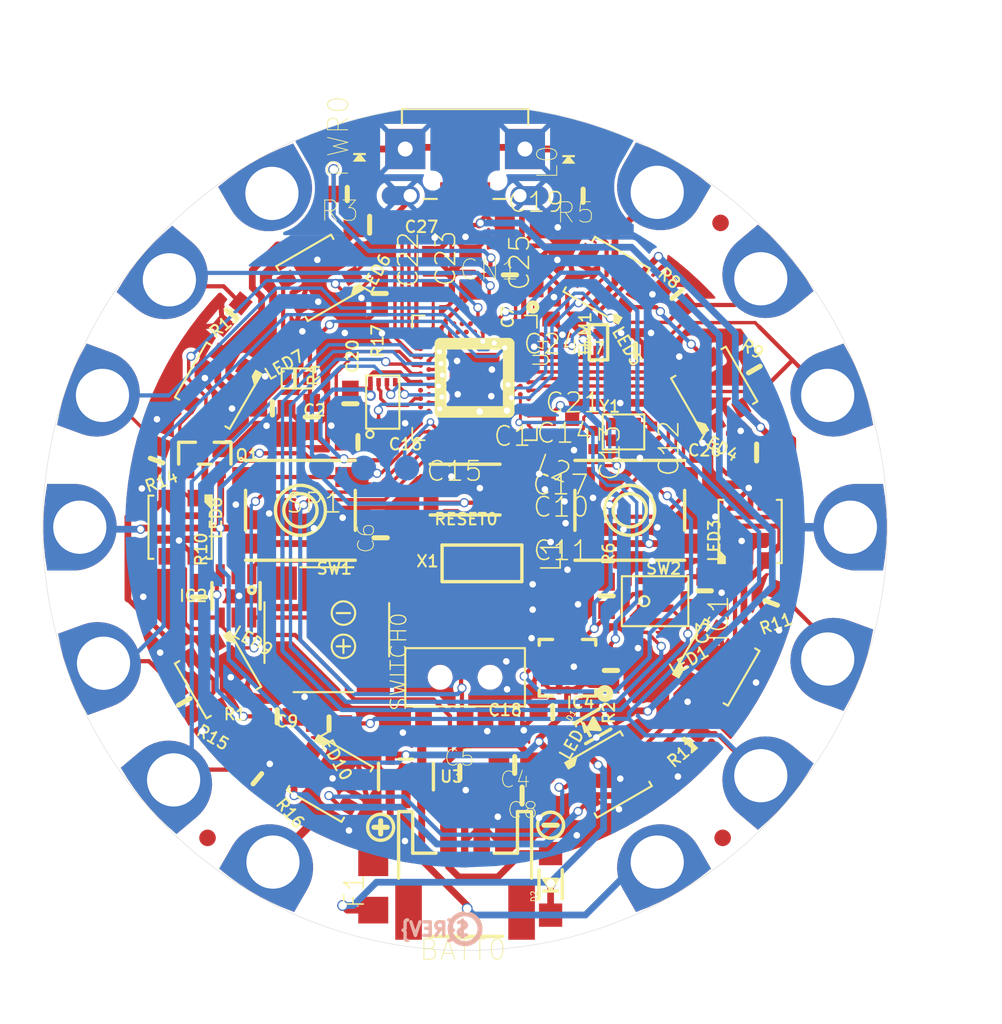
<source format=kicad_pcb>
(kicad_pcb (version 20221018) (generator pcbnew)
  (layers (0 "F.Cu" signal) (31 "B.Cu" signal) (34 "B.Paste" user) (35 "F.Paste" user) (36 "B.SilkS" user "B.Silkscreen") (37 "F.SilkS" user "F.Silkscreen") (38 "B.Mask" user) (39 "F.Mask" user) (44 "Edge.Cuts" user))
  (net 0 "")
  (net 1 "GND")
  (net 2 "N$1")
  (net 3 "D+")
  (net 4 "VCC")
  (net 5 "N$7")
  (net 6 "D13_LED")
  (net 7 "N$14")
  (net 8 "N$16")
  (net 9 "N$17")
  (net 10 "N$18")
  (net 11 "N$19")
  (net 12 "N$20")
  (net 13 "3.3V")
  (net 14 "N$11")
  (net 15 "N$12")
  (net 16 "D4_LEFTBUTTON")
  (net 17 "N$10")
  (net 18 "N$13")
  (net 19 "D-")
  (net 20 "A1")
  (net 21 "~{RESET}")
  (net 22 "SWDIO")
  (net 23 "D8_NEOPIX")
  (net 24 "TEMP_SENSE")
  (net 25 "N$3")
  (net 26 "LIS_SCL")
  (net 27 "LIS_SDA")
  (net 28 "D7_SLIDESWITCH")
  (net 29 "D5_RIGHTBUTTON")
  (net 30 "D24_LISIRQ")
  (net 31 "N$6")
  (net 32 "N$8")
  (net 33 "N$9")
  (net 34 "A2")
  (net 35 "A3")
  (net 36 "SWCLK")
  (net 37 "A5/SDA")
  (net 38 "A4/SCL")
  (net 39 "D1/TX")
  (net 40 "D0/A6/RX")
  (net 41 "VBUS")
  (net 42 "RF")
  (net 43 "N$22")
  (net 44 "N$23")
  (net 45 "DEC3")
  (net 46 "DEC5")
  (net 47 "DECUSB")
  (net 48 "DEC4_6")
  (net 49 "DEC1")
  (net 50 "QSPI_SCK")
  (net 51 "QSPI_DATA1")
  (net 52 "QSPI_DATA2")
  (net 53 "QSPI_DATA3")
  (net 54 "QSPI_CS")
  (net 55 "QSPI_DATA0")
  (net 56 "LIGHT")
  (net 57 "D12/SPEAKER")
  (net 58 "N$15")
  (net 59 "PDM_DAT")
  (net 60 "PDM_CLK")
  (net 61 "D11_SPEAKERSD")
  (net 62 "RF1")
  (net 63 "N$2")
  (net 64 "V+")
  (net 65 "NEOSENSE_SWITCH")
  (footprint "working:JSTPH2" (layer "F.Cu") (at 148.5011 126.45608 180)
    (fp_text reference "BATT0")
    (fp_text value "3-6VDC")
  )
  (footprint "working:ALS-PT19-315C" (layer "F.Cu") (at 138.4173 95.92528)
    (fp_text reference "U2" hide)
    (fp_text value "ALS-PT19-315C" hide)
  )
  (footprint "working:0603-NO" (layer "F.Cu") (at 158.757628 94.241265 180)
    (fp_text reference "R7")
    (fp_text value "10K")
  )
  (footprint "working:LED3535" (layer "F.Cu") (at 163.4871 96.61108 120)
    (fp_text reference "LED4")
    (fp_text value "WS2812B3535")
  )
  (footprint "working:0603-NO" (layer "F.Cu") (at 157.274259 113.474142 -90)
    (fp_text reference "R2")
    (fp_text value "10K")
  )
  (footprint "working:0603-NO" (layer "F.Cu") (at 161.2519 90.860521 130)
    (fp_text reference "R8")
    (fp_text value "1M")
  )
  (footprint "working:BTN_KMR2_4.6X2.8" (layer "F.Cu") (at 148.5011 102.60548 180)
    (fp_text reference "RESET0")
    (fp_text value "KMR2")
  )
  (footprint "working:FIDUCIAL_1MM" (layer "F.Cu") (at 163.8681 86.57808)
    (fp_text reference "U$2" hide)
    (fp_text value "FIDUCIAL_1MM" hide)
  )
  (footprint "working:LED3535" (layer "F.Cu") (at 163.6141 112.99408 60)
    (fp_text reference "LED1")
    (fp_text value "WS2812B3535")
  )
  (footprint "working:LED3535" (layer "F.Cu") (at 157.1371 119.72508 30)
    (fp_text reference "LED2")
    (fp_text value "WS2812B3535")
  )
  (footprint "working:0603-NO" (layer "F.Cu") (at 153.7716 115.97858 180)
    (fp_text reference "C18")
    (fp_text value "1uF")
  )
  (footprint "working:RESC0402_N" (layer "F.Cu") (at 156.215078 99.623518 -90)
    (fp_text reference "C13")
    (fp_text value "12pF")
  )
  (footprint "working:0603-NO" (layer "F.Cu") (at 140.317222 116.66438 180)
    (fp_text reference "C9")
    (fp_text value "0.1uF")
  )
  (footprint "working:0603-NO" (layer "F.Cu") (at 151.19604 89.70228 -90)
    (fp_text reference "C7")
    (fp_text value "0.1uF X7R 10%")
  )
  (footprint "working:0805-NO" (layer "F.Cu") (at 166.037259 100.375362 180)
    (fp_text reference "C26")
    (fp_text value "10uF")
  )
  (footprint "working:SYMBOL_PLUS" (layer "F.Cu") (at 143.4211 122.90008)
    (fp_text reference "U$35" hide)
    (fp_text value "" hide)
  )
  (footprint "working:USON8" (layer "F.Cu") (at 143.5481 97.34768 90)
    (fp_text reference "IC3" hide)
    (fp_text value "GD25Q16" hide)
  )
  (footprint "working:0603-NO" (layer "F.Cu") (at 136.91041 97.720874)
    (fp_text reference "C2")
    (fp_text value "1uF")
  )
  (footprint "working:0603-NO" (layer "F.Cu") (at 132.4991 109.05708 90)
    (fp_text reference "R10")
    (fp_text value "100K")
  )
  (footprint "working:0603-NO" (layer "F.Cu") (at 143.4211 105.50108 90)
    (fp_text reference "C6")
    (fp_text value "1uF")
  )
  (footprint "working:SOD-123" (layer "F.Cu") (at 153.6446 126.32908 90)
    (fp_text reference "D2")
    (fp_text value "MBR120")
  )
  (footprint "working:0603-NO" (layer "F.Cu") (at 141.4145 84.840721 180)
    (fp_text reference "R3")
    (fp_text value "10K")
  )
  (footprint "working:LED3535" (layer "F.Cu") (at 140.3731 119.97908 -30)
    (fp_text reference "LED10")
    (fp_text value "WS2812B3535")
  )
  (footprint "working:RESC0603_N" (layer "F.Cu") (at 152.7683 89.72768 90)
    (fp_text reference "C25")
    (fp_text value "1uF X7R 10%")
  )
  (footprint "working:0603-NO" (layer "F.Cu") (at 155.6004 84.947399 180)
    (fp_text reference "R5")
    (fp_text value "4.7K")
  )
  (footprint "working:R1206" (layer "F.Cu") (at 142.9766 126.45608 90)
    (fp_text reference "F1")
    (fp_text value "6V+ 500mA")
  )
  (footprint "working:EVQ-Q2_SMALLER" (layer "F.Cu") (at 158.4071 103.85008 180)
    (fp_text reference "SW2")
    (fp_text value "EVQQ")
  )
  (footprint "working:LED3535" (layer "F.Cu") (at 133.6421 113.75608 -60)
    (fp_text reference "LED9")
    (fp_text value "WS2812B3535")
  )
  (footprint "working:0603-NO" (layer "F.Cu") (at 141.599919 97.446734 90)
    (fp_text reference "C20")
    (fp_text value "0.1uF X7R 10%")
  )
  (footprint "working:SEWALLI" (layer "F.Cu") (at 159.8041 85.18108 -30)
    (fp_text reference "UNK3V3TAP2" hide)
    (fp_text value "SEWTAP-ALLIGATOR" hide)
  )
  (footprint "working:CHIPLED_0603_NOOUTLINE" (layer "F.Cu") (at 154.7241 82.76808)
    (fp_text reference "L0")
    (fp_text value "RED")
  )
  (footprint "working:0603-NO" (layer "F.Cu") (at 136.005447 119.98183 -40)
    (fp_text reference "R16")
    (fp_text value "1M")
  )
  (footprint "working:RESC0402_N" (layer "F.Cu") (at 153.0731 103.41828)
    (fp_text reference "C17")
    (fp_text value "1pF NP0")
  )
  (footprint "working:BUZZER_SMT_7.5MM" (layer "F.Cu") (at 140.1826 111.02558)
    (fp_text reference "SP1")
    (fp_text value "7.5mm SPK")
  )
  (footprint "working:0805-NO" (layer "F.Cu") (at 151.4856 119.15358 180)
    (fp_text reference "C4")
    (fp_text value "10uF")
  )
  (footprint "working:LED3535" (layer "F.Cu") (at 139.7381 89.88008 -150)
    (fp_text reference "LED6")
    (fp_text value "WS2812B3535")
  )
  (footprint "working:0603-NO" (layer "F.Cu") (at 134.4549 92.06448 -130)
    (fp_text reference "R13")
    (fp_text value "1M")
  )
  (footprint "working:ANT_2450AT18B100" (layer "F.Cu") (at 149.5171 107.03778 180)
    (fp_text reference "X1")
    (fp_text value "2450AT18B100")
  )
  (footprint "working:0603-NO" (layer "F.Cu") (at 162.9156 108.68878 -90)
    (fp_text reference "C3")
    (fp_text value "1uF")
  )
  (footprint "working:LED3535" (layer "F.Cu") (at 131.3561 104.86608 -90)
    (fp_text reference "LED8")
    (fp_text value "WS2812B3535")
  )
  (footprint "working:LGA16_3X3MM" (layer "F.Cu") (at 154.6606 113.31158 180)
    (fp_text reference "IC4")
    (fp_text value "LIS3DH")
  )
  (footprint "working:SEWALLI" (layer "F.Cu") (at 131.1021 90.32458 50)
    (fp_text reference "SCL0" hide)
    (fp_text value "SEWTAP-ALLIGATOR" hide)
  )
  (footprint "working:SOT23-6" (layer "F.Cu") (at 134.7216 108.99358 180)
    (fp_text reference "IC2")
    (fp_text value "PAM8301")
  )
  (footprint "working:RESC0805_N" (layer "F.Cu") (at 148.826221 89.488921 90)
    (fp_text reference "C23")
    (fp_text value "10uF X5R")
  )
  (footprint "working:SEWALLI" (layer "F.Cu") (at 127.1651 97.11908 70)
    (fp_text reference "SDA0" hide)
    (fp_text value "SEWTAP-ALLIGATOR" hide)
  )
  (footprint "working:SEWALLI" (layer "F.Cu") (at 159.8041 124.55108 -150)
    (fp_text reference "VCC2" hide)
    (fp_text value "SEWTAP-ALLIGATOR" hide)
  )
  (footprint "working:SEWALLI" (layer "F.Cu") (at 169.8371 112.61308 -110)
    (fp_text reference "D6" hide)
    (fp_text value "SEWTAP-ALLIGATOR" hide)
  )
  (footprint "working:SEWALLI" (layer "F.Cu") (at 165.9001 119.47108 -130)
    (fp_text reference "IO12" hide)
    (fp_text value "SEWTAP-ALLIGATOR" hide)
  )
  (footprint "working:CPLAY_BLUEFRUIT_TOP" (layer "F.Cu") (at 123.1011 130.26608)
    (fp_text reference "U$44" hide)
    (fp_text value "" hide)
  )
  (footprint "working:0603-NO" (layer "F.Cu") (at 137.1981 116.23258 180)
    (fp_text reference "R1")
    (fp_text value "47K")
  )
  (footprint "working:RESC0805_N" (layer "F.Cu") (at 146.5834 89.56004 90)
    (fp_text reference "C22")
    (fp_text value "4.7uF X7S 10%")
  )
  (footprint "working:SEWALLI" (layer "F.Cu") (at 171.1706 104.86608 -90)
    (fp_text reference "GNDTAP0" hide)
    (fp_text value "SEWTAP-ALLIGATOR" hide)
  )
  (footprint "working:SEWALLI" (layer "F.Cu") (at 137.1346 85.24458 30)
    (fp_text reference "GND3TAP0" hide)
    (fp_text value "SEWTAP-ALLIGATOR" hide)
  )
  (footprint "working:RESC0805_N" (layer "F.Cu") (at 151.9936 86.83208)
    (fp_text reference "C19")
    (fp_text value "10uF X5R")
  )
  (footprint "working:0603-NO" (layer "F.Cu") (at 166.9161 109.41268 -110)
    (fp_text reference "R11")
    (fp_text value "1M")
  )
  (footprint "working:0603-NO" (layer "F.Cu") (at 143.360135 90.819877 -90)
    (fp_text reference "R17")
    (fp_text value "100K")
  )
  (footprint "working:0603-NO" (layer "F.Cu") (at 142.054588 99.753065)
    (fp_text reference "C16")
    (fp_text value "0.1uF X7R 10%")
  )
  (footprint "working:RESC0603_N" (layer "F.Cu") (at 154.4701 92.35658 180)
    (fp_text reference "C24")
    (fp_text value "1uF X7R 10%")
  )
  (footprint "working:SEWALLI" (layer "F.Cu") (at 125.8316 104.86608 90)
    (fp_text reference "UNK3.3VTAP0" hide)
    (fp_text value "SEWTAP-ALLIGATOR" hide)
  )
  (footprint "working:_0402" (layer "F.Cu") (at 156.522421 93.751046 90)
    (fp_text reference "THM1")
    (fp_text value "THERM")
  )
  (footprint "working:RESC0402_N" (layer "F.Cu") (at 153.1112 104.75178)
    (fp_text reference "C10")
    (fp_text value "1pF NP0")
  )
  (footprint "working:0603-NO" (layer "F.Cu") (at 161.992809 117.865445 -130)
    (fp_text reference "R12")
    (fp_text value "1M")
  )
  (footprint "working:0603-NO" (layer "F.Cu") (at 148.1836 119.59808)
    (fp_text reference "C5")
    (fp_text value "1uF")
  )
  (footprint "working:LED3535" (layer "F.Cu") (at 165.6461 105.12008 90)
    (fp_text reference "LED3")
    (fp_text value "WS2812B3535")
  )
  (footprint "working:SOT23-5" (layer "F.Cu") (at 144.9451 119.85208)
    (fp_text reference "U3")
    (fp_text value "AP2112K-3.3")
  )
  (footprint "working:SEWALLI" (layer "F.Cu") (at 131.3561 119.72508 130)
    (fp_text reference "TX0" hide)
    (fp_text value "SEWTAP-ALLIGATOR" hide)
  )
  (footprint "working:RESC0402_N" (layer "F.Cu") (at 159.75584 99.359359 -90)
    (fp_text reference "C12")
    (fp_text value "12pF")
  )
  (footprint "working:AQFN50P700X800X85_HS-74N_SMALLCENTER" (layer "F.Cu") (at 149.0726 95.88718 -90)
    (fp_text reference "U4")
    (fp_text value "NRF52840")
  )
  (footprint "working:RESC0402_N" (layer "F.Cu") (at 151.969062 101.911337 -70)
    (fp_text reference "L2")
    (fp_text value "3.9nH")
  )
  (footprint "working:RESC0402_N" (layer "F.Cu") (at 148.6281 100.49728 180)
    (fp_text reference "C15")
    (fp_text value "820pF NP0 5%")
  )
  (footprint "working:0805-NO" (layer "F.Cu") (at 142.75816 86.687305)
    (fp_text reference "C27")
    (fp_text value "10uF")
  )
  (footprint "working:RESC0603_L" (layer "F.Cu") (at 154.241503 98.378927)
    (fp_text reference "C21")
    (fp_text value "0.1uF X7R 10%")
  )
  (footprint "working:0603-NO" (layer "F.Cu") (at 139.275825 98.241762 90)
    (fp_text reference "R4")
    (fp_text value "10K")
  )
  (footprint "working:SYMBOL_MINUS" (layer "F.Cu") (at 153.6446 122.77308)
    (fp_text reference "U$1" hide)
    (fp_text value "" hide)
  )
  (footprint "working:0603-NO" (layer "F.Cu") (at 131.6101 115.35628 -60)
    (fp_text reference "R15")
    (fp_text value "1M")
  )
  (footprint "working:SEWALLI" (layer "F.Cu") (at 169.8371 97.11908 -70)
    (fp_text reference "IO9" hide)
    (fp_text value "SEWTAP-ALLIGATOR" hide)
  )
  (footprint "working:4UCONN_20329_V2" (layer "F.Cu") (at 148.5011 84.03808 180)
    (fp_text reference "CN1")
    (fp_text value "MicroB USB")
  )
  (footprint "working:RESC0402_N" (layer "F.Cu") (at 153.1239 107.36798)
    (fp_text reference "C11")
    (fp_text value "1pF NP0")
  )
  (footprint "working:SOT23-R" (layer "F.Cu") (at 132.844538 100.421077)
    (fp_text reference "Q1")
    (fp_text value "DMG3405")
  )
  (footprint "working:0603-NO" (layer "F.Cu") (at 129.941325 100.857959 -110)
    (fp_text reference "R14")
    (fp_text value "1M")
  )
  (footprint "working:SEWALLI" (layer "F.Cu") (at 127.2286 112.86708 110)
    (fp_text reference "RX0" hide)
    (fp_text value "SEWTAP-ALLIGATOR" hide)
  )
  (footprint "working:CRYSTAL_2X1.6" (layer "F.Cu") (at 158.028643 99.140921)
    (fp_text reference "Y1")
    (fp_text value "32MHz")
  )
  (footprint "working:SOD-123" (layer "F.Cu") (at 156.158296 116.83038 30)
    (fp_text reference "D1")
    (fp_text value "MBR120")
  )
  (footprint "working:LED3535" (layer "F.Cu") (at 133.6421 96.35708 -120)
    (fp_text reference "LED7")
    (fp_text value "WS2812B3535")
  )
  (footprint "working:FIDUCIAL_1MM" (layer "F.Cu") (at 163.9951 123.53508)
    (fp_text reference "U$6" hide)
    (fp_text value "FIDUCIAL_1MM" hide)
  )
  (footprint "working:RESC0402_N" (layer "F.Cu") (at 152.5778 106.05988 -90)
    (fp_text reference "L1")
    (fp_text value "3.9nH")
  )
  (footprint "working:EVQ-Q2_SMALLER" (layer "F.Cu") (at 138.5951 103.85008 180)
    (fp_text reference "SW1")
    (fp_text value "EVQQ")
  )
  (footprint "working:CHIPLED_0603_NOOUTLINE" (layer "F.Cu") (at 142.1511 82.64108)
    (fp_text reference "PWR0")
    (fp_text value "GREEN")
  )
  (footprint "working:EG1390" (layer "F.Cu") (at 148.5011 113.88308)
    (fp_text reference "SWITCH0")
    (fp_text value "EG1390")
  )
  (footprint "working:0603-NO" (layer "F.Cu") (at 165.9001 95.39188 120)
    (fp_text reference "R9")
    (fp_text value "1M")
  )
  (footprint "working:FIDUCIAL_1MM" (layer "F.Cu") (at 133.0071 123.53508)
    (fp_text reference "U$3" hide)
    (fp_text value "FIDUCIAL_1MM" hide)
  )
  (footprint "working:SEWALLI" (layer "F.Cu") (at 137.1981 124.55108 150)
    (fp_text reference "GNDTAP2" hide)
    (fp_text value "SEWTAP-ALLIGATOR" hide)
  )
  (footprint "working:0603-NO" (layer "F.Cu") (at 157.0101 108.99358 90)
    (fp_text reference "R6")
    (fp_text value "10K")
  )
  (footprint "working:SEWALLI" (layer "F.Cu") (at 165.9001 90.26108 -50)
    (fp_text reference "IO10" hide)
    (fp_text value "SEWTAP-ALLIGATOR" hide)
  )
  (footprint "working:SPK0415HM4H" (layer "F.Cu") (at 159.9311 109.31108 90)
    (fp_text reference "IC1")
    (fp_text value "MIC_PDM")
  )
  (footprint "working:RESC0402_N" (layer "F.Cu") (at 153.718259 100.210259)
    (fp_text reference "C14")
    (fp_text value "100pF NP0 5%")
  )
  (footprint "working:LED3535" (layer "F.Cu") (at 157.0101 90.00708 150)
    (fp_text reference "LED5")
    (fp_text value "WS2812B3535")
  )
  (footprint "working:RESC0402_N" (layer "F.Cu") (at 150.7363 100.49728)
    (fp_text reference "C1")
    (fp_text value "1pF NP0")
  )
  (footprint "working:0805-NO" (layer "F.Cu") (at 151.9301 120.99508 180)
    (fp_text reference "C8")
    (fp_text value "10uF")
  )
  (footprint "working:PCBFEAT-REV-040" (layer "B.Cu") (at 148.5011 128.99608 180)
    (fp_text reference "U$7" hide)
    (fp_text value "" hide)
  )
  (footprint "working:TESTPOINT_ROUND_1.5MM_NO" (layer "B.Cu") (at 142.4051 101.31008 -90)
    (fp_text reference "TP2" hide)
    (fp_text value "" hide)
  )
  (footprint "working:CPLAY_BLUEFRUIT_BOT" (layer "B.Cu") (at 173.9011 130.26608 180)
    (fp_text reference "U$16" hide)
    (fp_text value "" hide)
  )
  (footprint "working:TESTPOINT_ROUND_1.5MM_NO" (layer "B.Cu") (at 144.9959 101.31008 -90)
    (fp_text reference "TP1" hide)
    (fp_text value "" hide)
  )
  (footprint "working:TESTPOINT_ROUND_1.5MM_NO" (layer "B.Cu") (at 139.8651 101.18308 -90)
    (fp_text reference "TP3" hide)
    (fp_text value "" hide)
  )
  (gr_line (start 145.0086 79.72008) (end 151.9936 79.72008) (stroke (width 0.05)) (layer "Edge.Cuts"))
  (gr_arc (start 151.9936 79.72008) (mid 148.5011 130.299419) (end 145.0086 79.72008) (stroke (width 0.0254)) (layer "Edge.Cuts"))
  (segment (start 150.5274 98.34398) (end 150.5274 98.59198) (width 0.254) (layer "F.Cu") (net 1))
  (segment (start 142.3981 82.13808) (end 142.1511 81.89108) (width 0.4064) (layer "F.Cu") (net 1))
  (segment (start 147.7645 94.57908) (end 147.7645 94.19808) (width 0.254) (layer "F.Cu") (net 1))
  (segment (start 145.2011 85.194365) (end 145.2011 84.93808) (width 0.3048) (layer "F.Cu") (net 1))
  (segment (start 157.424121 110.913817) (end 157.297121 110.913817) (width 0.254) (layer "F.Cu") (net 1))
  (segment (start 153.3106 112.81158) (end 152.5096 112.81158) (width 0.254) (layer "F.Cu") (net 1))
  (segment (start 145.0011 82.03808) (end 144.9011 82.13808) (width 0.4064) (layer "F.Cu") (net 1))
  (segment (start 136.9441 124.99102) (end 139.606541 122.32858) (width 0.508) (layer "F.Cu") (net 1))
  (segment (start 151.0011 113.33508) (end 151.1681 113.50208) (width 0.254) (layer "F.Cu") (net 1))
  (segment (start 162.6616 112.80358) (end 163.2966 112.16858) (width 0.254) (layer "F.Cu") (net 1))
  (segment (start 150.5726 98.76418) (end 150.3186 99.01818) (width 0.2032) (layer "F.Cu") (net 1))
  (segment (start 149.2511 82.03808) (end 152.0011 82.03808) (width 0.4064) (layer "F.Cu") (net 1))
  (segment (start 161.2011 112.80358) (end 162.6616 112.80358) (width 0.254) (layer "F.Cu") (net 1))
  (segment (start 159.735518 99.909359) (end 159.75584 99.909359) (width 0.254) (layer "F.Cu") (net 1))
  (segment (start 149.0726 95.53158) (end 149.0726 95.88718) (width 0.254) (layer "F.Cu") (net 1))
  (segment (start 143.70816 86.687305) (end 145.2011 85.194365) (width 0.3048) (layer "F.Cu") (net 1))
  (segment (start 150.3186 99.44458) (end 151.2863 100.41228) (width 0.254) (layer "F.Cu") (net 1))
  (segment (start 149.0726 95.88718) (end 149.0726 95.91258) (width 0.254) (layer "F.Cu") (net 1))
  (segment (start 145.8467 101.80548) (end 146.4511 101.80548) (width 0.254) (layer "F.Cu") (net 1))
  (segment (start 151.8226 94.38718) (end 152.599946 94.02028) (width 0.2032) (layer "F.Cu") (net 1))
  (segment (start 156.0106 112.200339) (end 156.0106 112.31158) (width 0.254) (layer "F.Cu") (net 1))
  (segment (start 159.3061 108.88608) (end 158.6061 108.88608) (width 0.254) (layer "F.Cu") (net 1))
  (segment (start 151.0011 111.08308) (end 151.0011 113.33508) (width 0.3048) (layer "F.Cu") (net 1))
  (segment (start 152.4381 112.74008) (end 151.9301 112.74008) (width 0.254) (layer "F.Cu") (net 1))
  (segment (start 161.6811 109.31108) (end 162.6879 109.31108) (width 0.254) (layer "F.Cu") (net 1))
  (segment (start 143.4211 104.65108) (end 142.1266 104.65108) (width 0.254) (layer "F.Cu") (net 1))
  (segment (start 140.7541 122.32858) (end 141.5161 123.09058) (width 0.508) (layer "F.Cu") (net 1))
  (segment (start 152.599946 94.02028) (end 152.654 94.02028) (width 0.2286) (layer "F.Cu") (net 1))
  (segment (start 153.3106 113.81158) (end 152.9414 113.81158) (width 0.254) (layer "F.Cu") (net 1))
  (segment (start 158.1811 109.31108) (end 157.957518 109.534661) (width 0.254) (layer "F.Cu") (net 1))
  (segment (start 149.0726 95.88718) (end 147.7645 94.57908) (width 0.254) (layer "F.Cu") (net 1))
  (segment (start 159.9311 108.06108) (end 159.3061 108.68608) (width 0.254) (layer "F.Cu") (net 1))
  (segment (start 144.9011 82.13808) (end 142.3981 82.13808) (width 0.4064) (layer "F.Cu") (net 1))
  (segment (start 159.75584 99.909359) (end 159.5628 100.102399) (width 0.254) (layer "F.Cu") (net 1))
  (segment (start 161.0106 112.61308) (end 161.2011 112.80358) (width 0.254) (layer "F.Cu") (net 1))
  (segment (start 159.5628 100.102399) (end 159.5628 100.42108) (width 0.254) (layer "F.Cu") (net 1))
  (segment (start 143.4211 104.65108) (end 143.4211 104.23108) (width 0.254) (layer "F.Cu") (net 1))
  (segment (start 159.9311 110.56108) (end 160.5861 111.21608) (width 0.254) (layer "F.Cu") (net 1))
  (segment (start 157.373321 100.436321) (end 157.383481 100.426162) (width 0.254) (layer "F.Cu") (net 1))
  (segment (start 150.0911 119.59808) (end 150.5356 119.15358) (width 0.4064) (layer "F.Cu") (net 1))
  (segment (start 158.6061 108.88608) (end 158.1811 109.31108) (width 0.254) (layer "F.Cu") (net 1))
  (segment (start 163.2966 111.475758) (end 163.731325 111.041033) (width 0.254) (layer "F.Cu") (net 1))
  (segment (start 161.0106 111.34308) (end 161.0106 112.61308) (width 0.254) (layer "F.Cu") (net 1))
  (segment (start 159.3061 108.68608) (end 159.3061 108.88608) (width 0.254) (layer "F.Cu") (net 1))
  (segment (start 152.5096 112.81158) (end 152.4381 112.74008) (width 0.254) (layer "F.Cu") (net 1))
  (segment (start 159.88284 97.553421) (end 160.2613 97.93188) (width 0.254) (layer "F.Cu") (net 1))
  (segment (start 162.6879 109.31108) (end 162.9156 109.53878) (width 0.254) (layer "F.Cu") (net 1))
  (segment (start 157.957518 109.534661) (end 157.957518 110.38042) (width 0.254) (layer "F.Cu") (net 1))
  (segment (start 152.6286 114.12438) (end 152.6286 114.89908) (width 0.254) (layer "F.Cu") (net 1))
  (segment (start 157.297121 110.913817) (end 156.0106 112.200339) (width 0.254) (layer "F.Cu") (net 1))
  (segment (start 150.5726 98.63718) (end 150.5274 98.59198) (width 0.254) (layer "F.Cu") (net 1))
  (segment (start 151.9301 112.74008) (end 151.1681 113.50208) (width 0.254) (layer "F.Cu") (net 1))
  (segment (start 150.3186 99.01818) (end 150.3186 99.44458) (width 0.2286) (layer "F.Cu") (net 1))
  (segment (start 159.5628 100.42108) (end 159.2834 100.70048) (width 0.254) (layer "F.Cu") (net 1))
  (segment (start 152.2476 115.28008) (end 151.1681 115.28008) (width 0.254) (layer "F.Cu") (net 1))
  (segment (start 142.0241 104.54858) (end 137.2235 104.54858) (width 0.254) (layer "F.Cu") (net 1))
  (segment (start 151.0157 97.85568) (end 150.5274 98.34398) (width 0.254) (layer "F.Cu") (net 1))
  (segment (start 152.6286 114.89908) (end 152.2476 115.28008) (width 0.254) (layer "F.Cu") (net 1))
  (segment (start 157.957518 110.38042) (end 157.424121 110.913817) (width 0.254) (layer "F.Cu") (net 1))
  (segment (start 143.4211 104.23108) (end 145.8467 101.80548) (width 0.254) (layer "F.Cu") (net 1))
  (segment (start 150.5356 119.15358) (end 150.5356 119.91808) (width 0.4064) (layer "F.Cu") (net 1))
  (segment (start 150.5726 98.63718) (end 150.5726 98.76418) (width 0.2286) (layer "F.Cu") (net 1))
  (segment (start 150.5356 119.91808) (end 150.9801 120.36258) (width 0.4064) (layer "F.Cu") (net 1))
  (segment (start 151.2863 100.41228) (end 151.2863 100.49728) (width 0.254) (layer "F.Cu") (net 1))
  (segment (start 163.2966 112.16858) (end 163.2966 111.475758) (width 0.254) (layer "F.Cu") (net 1))
  (segment (start 137.2235 104.54858) (end 136.7155 104.04058) (width 0.254) (layer "F.Cu") (net 1))
  (segment (start 155.04165 112.93053) (end 155.04165 113.24808) (width 0.254) (layer "F.Cu") (net 1))
  (segment (start 156.801818 100.436321) (end 157.373321 100.436321) (width 0.254) (layer "F.Cu") (net 1))
  (segment (start 159.2834 100.70048) (end 159.0167 100.70048) (width 0.254) (layer "F.Cu") (net 1))
  (segment (start 149.0726 95.88718) (end 147.7264 97.23338) (width 0.254) (layer "F.Cu") (net 1))
  (segment (start 158.742381 100.426162) (end 159.0167 100.70048) (width 0.254) (layer "F.Cu") (net 1))
  (segment (start 152.0011 82.03808) (end 152.1011 82.13808) (width 0.4064) (layer "F.Cu") (net 1))
  (segment (start 154.3041 82.13808) (end 154.7241 82.01808) (width 0.4064) (layer "F.Cu") (net 1))
  (segment (start 155.6606 112.31158) (end 155.04165 112.93053) (width 0.254) (layer "F.Cu") (net 1))
  (segment (start 160.5861 111.21608) (end 160.8836 111.21608) (width 0.254) (layer "F.Cu") (net 1))
  (segment (start 147.7511 82.03808) (end 145.0011 82.03808) (width 0.4064) (layer "F.Cu") (net 1))
  (segment (start 142.1266 104.65108) (end 142.0241 104.54858) (width 0.254) (layer "F.Cu") (net 1))
  (segment (start 156.539015 100.173518) (end 156.801818 100.436321) (width 0.254) (layer "F.Cu") (net 1))
  (segment (start 139.606541 122.32858) (end 140.7541 122.32858) (width 0.508) (layer "F.Cu") (net 1))
  (segment (start 152.1011 82.13808) (end 154.3041 82.13808) (width 0.4064) (layer "F.Cu") (net 1))
  (segment (start 151.1681 115.28008) (end 151.0011 115.44708) (width 0.254) (layer "F.Cu") (net 1))
  (segment (start 150.9801 120.36258) (end 150.9801 120.99508) (width 0.4064) (layer "F.Cu") (net 1))
  (segment (start 149.0336 119.59808) (end 150.0911 119.59808) (width 0.4064) (layer "F.Cu") (net 1))
  (segment (start 151.0011 115.44708) (end 151.0011 116.68308) (width 0.254) (layer "F.Cu") (net 1))
  (segment (start 160.8836 111.21608) (end 161.0106 111.34308) (width 0.254) (layer "F.Cu") (net 1))
  (segment (start 149.0726 95.91258) (end 151.0157 97.85568) (width 0.254) (layer "F.Cu") (net 1))
  (segment (start 152.9414 113.81158) (end 152.6286 114.12438) (width 0.254) (layer "F.Cu") (net 1))
  (segment (start 147.7264 97.23338) (end 147.7264 97.91918) (width 0.254) (layer "F.Cu") (net 1))
  (segment (start 156.215078 100.173518) (end 156.539015 100.173518) (width 0.254) (layer "F.Cu") (net 1))
  (segment (start 147.7511 82.03808) (end 149.2511 82.03808) (width 0.4064) (layer "F.Cu") (net 1))
  (segment (start 156.0106 112.31158) (end 155.6606 112.31158) (width 0.254) (layer "F.Cu") (net 1))
  (segment (start 157.383481 100.426162) (end 158.742381 100.426162) (width 0.254) (layer "F.Cu") (net 1))
  (via (at 138.844022 115.059098) (size 0.5461) (drill 0.3937) (layers "F.Cu" "B.Cu") (net 1))
  (via (at 149.3901 102.51658) (size 0.5461) (drill 0.3937) (layers "F.Cu" "B.Cu") (net 1))
  (via (at 152.953721 101.660602) (size 0.5461) (drill 0.3937) (layers "F.Cu" "B.Cu") (net 1))
  (via (at 161.30275 119.85208) (size 0.5461) (drill 0.3937) (layers "F.Cu" "B.Cu") (net 1))
  (via (at 139.666982 91.31518) (size 0.5461) (drill 0.3937) (layers "F.Cu" "B.Cu") (net 1))
  (via (at 159.0167 100.70048) (size 0.5461) (drill 0.3937) (layers "F.Cu" "B.Cu") (net 1))
  (via (at 148.5392 120.66488) (size 0.5461) (drill 0.3937) (layers "F.Cu" "B.Cu") (net 1))
  (via (at 134.4041 113.88308) (size 0.5461) (drill 0.3937) (layers "F.Cu" "B.Cu") (net 1))
  (via (at 136.558022 98.77008) (size 0.5461) (drill 0.3937) (layers "F.Cu" "B.Cu") (net 1))
  (via (at 155.2956 109.50158) (size 0.5461) (drill 0.3937) (layers "F.Cu" "B.Cu") (net 1))
  (via (at 163.9316 108.80308) (size 0.5461) (drill 0.3937) (layers "F.Cu" "B.Cu") (net 1))
  (via (at 160.065721 104.873698) (size 0.5461) (drill 0.3937) (layers "F.Cu" "B.Cu") (net 1))
  (via (at 148.0185 94.87118) (size 0.5461) (drill 0.3937) (layers "F.Cu" "B.Cu") (net 1))
  (via (at 159.7406 106.89808) (size 0.5461) (drill 0.3937) (layers "F.Cu" "B.Cu") (net 1))
  (via (at 157.888943 93.192243) (size 0.5461) (drill 0.3937) (layers "F.Cu" "B.Cu") (net 1))
  (via (at 156.4005 117.50258) (size 0.5461) (drill 0.3937) (layers "F.Cu" "B.Cu") (net 1))
  (via (at 166.00175 114.20058) (size 0.5461) (drill 0.3937) (layers "F.Cu" "B.Cu") (net 1))
  (via (at 150.0759 96.99208) (size 0.5461) (drill 0.3937) (layers "F.Cu" "B.Cu") (net 1))
  (via (at 144.8943 98.61768) (size 0.5461) (drill 0.3937) (layers "F.Cu" "B.Cu") (net 1))
  (via (at 154.4828 103.31668) (size 0.5461) (drill 0.3937) (layers "F.Cu" "B.Cu") (net 1))
  (via (at 139.613641 88.795499) (size 0.5461) (drill 0.3937) (layers "F.Cu" "B.Cu") (net 1))
  (via (at 151.0284 114.60698) (size 0.5461) (drill 0.3937) (layers "F.Cu" "B.Cu") (net 1))
  (via (at 156.1973 103.10078) (size 0.5461) (drill 0.3937) (layers "F.Cu" "B.Cu") (net 1))
  (via (at 142.265404 91.086584) (size 0.5461) (drill 0.3937) (layers "F.Cu" "B.Cu") (net 1))
  (via (at 157.756862 121.812958) (size 0.5461) (drill 0.3937) (layers "F.Cu" "B.Cu") (net 1))
  (via (at 165.562278 102.506415) (size 0.5461) (drill 0.3937) (layers "F.Cu" "B.Cu") (net 1))
  (via (at 141.264641 93.19224) (size 0.5461) (drill 0.3937) (layers "F.Cu" "B.Cu") (net 1))
  (via (at 134.7089 103.50718) (size 0.5461) (drill 0.3937) (layers "F.Cu" "B.Cu") (net 1))
  (via (at 143.499841 93.212565) (size 0.5461) (drill 0.3937) (layers "F.Cu" "B.Cu") (net 1))
  (via (at 129.141222 109.046917) (size 0.5461) (drill 0.3937) (layers "F.Cu" "B.Cu") (net 1))
  (via (at 129.057397 102.539437) (size 0.5461) (drill 0.3937) (layers "F.Cu" "B.Cu") (net 1))
  (via (at 144.8816 123.72558) (size 0.5461) (drill 0.3937) (layers "F.Cu" "B.Cu") (net 1))
  (via (at 165.1381 105.69158) (size 0.5461) (drill 0.3937) (layers "F.Cu" "B.Cu") (net 1))
  (via (at 167.38605 111.06368) (size 0.5461) (drill 0.3937) (layers "F.Cu" "B.Cu") (net 1))
  (via (at 136.4742 95.79828) (size 0.5461) (drill 0.3937) (layers "F.Cu" "B.Cu") (net 1))
  (via (at 155.2194 123.38268) (size 0.5461) (drill 0.3937) (layers "F.Cu" "B.Cu") (net 1))
  (via (at 132.847079 95.899877) (size 0.5461) (drill 0.3937) (layers "F.Cu" "B.Cu") (net 1))
  (via (at 149.3774 97.91918) (size 0.5461) (drill 0.3937) (layers "F.Cu" "B.Cu") (net 1))
  (via (at 136.7536 119.09008) (size 0.5461) (drill 0.3937) (layers "F.Cu" "B.Cu") (net 1))
  (via (at 146.6723 87.456918) (size 0.5461) (drill 0.3937) (layers "F.Cu" "B.Cu") (net 1))
  (via (at 153.3017 102.59278) (size 0.5461) (drill 0.3937) (layers "F.Cu" "B.Cu") (net 1))
  (via (at 152.5016 111.53358) (size 0.5461) (drill 0.3937) (layers "F.Cu" "B.Cu") (net 1))
  (via (at 151.0157 97.85568) (size 0.5461) (drill 0.3937) (layers "F.Cu" "B.Cu") (net 1))
  (via (at 153.8478 91.03578) (size 0.5461) (drill 0.3937) (layers "F.Cu" "B.Cu") (net 1))
  (via (at 162.7886 99.81148) (size 0.5461) (drill 0.3937) (layers "F.Cu" "B.Cu") (net 1))
  (via (at 129.964179 98.376377) (size 0.5461) (drill 0.3937) (layers "F.Cu" "B.Cu") (net 1))
  (via (at 155.04165 113.24808) (size 0.5461) (drill 0.3937) (layers "F.Cu" "B.Cu") (net 1))
  (via (at 152.9461 122.32858) (size 0.5461) (drill 0.3937) (layers "F.Cu" "B.Cu") (net 1))
  (via (at 159.687259 93.189705) (size 0.5461) (drill 0.3937) (layers "F.Cu" "B.Cu") (net 1))
  (via (at 157.8356 119.97908) (size 0.5461) (drill 0.3937) (layers "F.Cu" "B.Cu") (net 1))
  (via (at 163.5506 104.23108) (size 0.5461) (drill 0.3937) (layers "F.Cu" "B.Cu") (net 1))
  (via (at 149.8346 117.12158) (size 0.5461) (drill 0.3937) (layers "F.Cu" "B.Cu") (net 1))
  (via (at 154.6606 107.41878) (size 0.5461) (drill 0.3937) (layers "F.Cu" "B.Cu") (net 1))
  (via (at 148.0566 96.87778) (size 0.5461) (drill 0.3937) (layers "F.Cu" "B.Cu") (net 1))
  (via (at 154.3558 93.29638) (size 0.5461) (drill 0.3937) (layers "F.Cu" "B.Cu") (net 1))
  (via (at 152.5651 108.29508) (size 0.5461) (drill 0.3937) (layers "F.Cu" "B.Cu") (net 1))
  (via (at 165.079678 99.077415) (size 0.5461) (drill 0.3937) (layers "F.Cu" "B.Cu") (net 1))
  (via (at 154.5463 104.62478) (size 0.5461) (drill 0.3937) (layers "F.Cu" "B.Cu") (net 1))
  (via (at 150.4696 122.26508) (size 0.5461) (drill 0.3937) (layers "F.Cu" "B.Cu") (net 1))
  (via (at 159.771081 90.86814) (size 0.5461) (drill 0.3937) (layers "F.Cu" "B.Cu") (net 1))
  (via (at 144.757141 117.21048) (size 0.5461) (drill 0.3937) (layers "F.Cu" "B.Cu") (net 1))
  (via (at 152.654 94.02028) (size 0.5461) (drill 0.3937) (layers "F.Cu" "B.Cu") (net 1))
  (via (at 136.7155 104.04058) (size 0.5461) (drill 0.3937) (layers "F.Cu" "B.Cu") (net 1))
  (via (at 140.451841 98.762462) (size 0.5461) (drill 0.3937) (layers "F.Cu" "B.Cu") (net 1))
  (via (at 161.383981 94.612099) (size 0.5461) (drill 0.3937) (layers "F.Cu" "B.Cu") (net 1))
  (via (at 134.9121 108.99358) (size 0.5461) (drill 0.3937) (layers "F.Cu" "B.Cu") (net 1))
  (via (at 154.0764 86.84478) (size 0.5461) (drill 0.3937) (layers "F.Cu" "B.Cu") (net 1))
  (via (at 155.051759 100.235662) (size 0.5461) (drill 0.3937) (layers "F.Cu" "B.Cu") (net 1))
  (via (at 152.5651 109.81908) (size 0.5461) (drill 0.3937) (layers "F.Cu" "B.Cu") (net 1))
  (via (at 158.0261 105.00578) (size 0.5461) (drill 0.3937) (layers "F.Cu" "B.Cu") (net 1))
  (via (at 161.88695 115.35628) (size 0.5461) (drill 0.3937) (layers "F.Cu" "B.Cu") (net 1))
  (via (at 141.1351 104.29458) (size 0.5461) (drill 0.3937) (layers "F.Cu" "B.Cu") (net 1))
  (via (at 132.6896 117.12158) (size 0.5461) (drill 0.3937) (layers "F.Cu" "B.Cu") (net 1))
  (via (at 150.114 95.39188) (size 0.5461) (drill 0.3937) (layers "F.Cu" "B.Cu") (net 1))
  (via (at 141.5161 123.09058) (size 0.5461) (drill 0.3937) (layers "F.Cu" "B.Cu") (net 1))
  (via (at 150.9776 112.93058) (size 0.5461) (drill 0.3937) (layers "F.Cu" "B.Cu") (net 1))
  (via (at 154.051 88.80058) (size 0.5461) (drill 0.3937) (layers "F.Cu" "B.Cu") (net 1))
  (via (at 140.528041 119.961301) (size 0.5461) (drill 0.3937) (layers "F.Cu" "B.Cu") (net 1))
  (via (at 158.90245 112.13048) (size 0.5461) (drill 0.3937) (layers "F.Cu" "B.Cu") (net 1))
  (via (at 139.4079 104.92958) (size 0.5461) (drill 0.3937) (layers "F.Cu" "B.Cu") (net 1))
  (via (at 157.833059 97.403562) (size 0.5461) (drill 0.3937) (layers "F.Cu" "B.Cu") (net 1))
  (via (at 147.6756 101.81808) (size 0.5461) (drill 0.3937) (layers "F.Cu" "B.Cu") (net 1))
  (via (at 134.4803 97.733762) (size 0.5461) (drill 0.3937) (layers "F.Cu" "B.Cu") (net 1))
  (via (at 148.523959 87.41374) (size 0.5461) (drill 0.3937) (layers "F.Cu" "B.Cu") (net 1))
  (via (at 131.290063 105.663639) (size 0.5461) (drill 0.3937) (layers "F.Cu" "B.Cu") (net 1))
  (via (at 138.711941 93.095721) (size 0.5461) (drill 0.3937) (layers "F.Cu" "B.Cu") (net 1))
  (via (at 153.6446 105.75508) (size 0.5461) (drill 0.3937) (layers "F.Cu" "B.Cu") (net 1))
  (via (at 152.0317 117.07078) (size 0.5461) (drill 0.3937) (layers "F.Cu" "B.Cu") (net 1))
  (via (at 130.157222 112.39972) (size 0.5461) (drill 0.3937) (layers "F.Cu" "B.Cu") (net 1))
  (segment (start 171.6786 104.86608) (end 167.855903 104.86608) (width 0.508) (layer "B.Cu") (net 1))
  (segment (start 165.529259 102.539434) (end 165.562278 102.506415) (width 0.508) (layer "B.Cu") (net 1))
  (segment (start 167.855903 104.86608) (end 165.529259 102.539434) (width 0.508) (layer "B.Cu") (net 1))
  (segment (start 142.1511 84.722152) (end 142.2645 84.840721) (width 0.254) (layer "F.Cu") (net 2))
  (segment (start 142.1511 83.39108) (end 142.1511 84.722152) (width 0.254) (layer "F.Cu") (net 2))
  (segment (start 148.4503 84.86388) (end 148.5011 84.81308) (width 0.2032) (layer "F.Cu") (net 3))
  (segment (start 148.2979 85.81928) (end 148.4503 85.66688) (width 0.2032) (layer "F.Cu") (net 3))
  (segment (start 145.7547 85.81928) (end 148.2979 85.81928) (width 0.2032) (layer "F.Cu") (net 3))
  (segment (start 144.707 86.86698) (end 145.7547 85.81928) (width 0.2032) (layer "F.Cu") (net 3))
  (segment (start 145.8226 94.13718) (end 145.5446 94.13718) (width 0.2032) (layer "F.Cu") (net 3))
  (segment (start 145.5446 94.13718) (end 144.707 93.29958) (width 0.2032) (layer "F.Cu") (net 3))
  (segment (start 148.4503 84.86388) (end 148.4503 85.66688) (width 0.2032) (layer "F.Cu") (net 3))
  (segment (start 144.707 93.29958) (end 144.707 86.86698) (width 0.2032) (layer "F.Cu") (net 3))
  (segment (start 147.3336 119.59808) (end 147.3336 119.05108) (width 0.4064) (layer "F.Cu") (net 4))
  (segment (start 147.5876 116.20808) (end 147.5876 118.79708) (width 0.254) (layer "F.Cu") (net 4))
  (segment (start 146.9771 119.59808) (end 147.3336 119.59808) (width 0.4064) (layer "F.Cu") (net 4))
  (segment (start 141.3891 114.45458) (end 141.3891 114.77208) (width 0.254) (layer "F.Cu") (net 4))
  (segment (start 134.7216 110.74618) (end 135.3185 111.34308) (width 0.254) (layer "F.Cu") (net 4))
  (segment (start 148.4376 117.94708) (end 151.7396 117.94708) (width 0.4064) (layer "F.Cu") (net 4))
  (segment (start 148.6281 127.59908) (end 148.6281 127.78398) (width 0.4064) (layer "F.Cu") (net 4))
  (segment (start 143.9951 121.15218) (end 143.9926 121.14968) (width 0.4064) (layer "F.Cu") (net 4))
  (segment (start 151.7396 117.94708) (end 152.4356 118.64308) (width 0.4064) (layer "F.Cu") (net 4))
  (segment (start 145.8951 121.15218) (end 145.8951 120.68008) (width 0.4064) (layer "F.Cu") (net 4))
  (segment (start 134.7216 110.29358) (end 134.7216 110.74618) (width 0.254) (layer "F.Cu") (net 4))
  (segment (start 141.3891 114.77208) (end 141.8336 115.21658) (width 0.254) (layer "F.Cu") (net 4))
  (segment (start 143.9926 120.04258) (end 146.5326 120.04258) (width 0.4064) (layer "F.Cu") (net 4))
  (segment (start 147.5876 118.79708) (end 148.4376 117.94708) (width 0.4064) (layer "F.Cu") (net 4))
  (segment (start 135.3185 111.34308) (end 138.2776 111.34308) (width 0.254) (layer "F.Cu") (net 4))
  (segment (start 147.3336 119.05108) (end 147.5876 118.79708) (width 0.4064) (layer "F.Cu") (net 4))
  (segment (start 143.9926 121.14968) (end 143.9926 120.04258) (width 0.4064) (layer "F.Cu") (net 4))
  (segment (start 146.5326 120.04258) (end 146.9771 119.59808) (width 0.4064) (layer "F.Cu") (net 4))
  (segment (start 141.8336 115.21658) (end 146.5961 115.21658) (width 0.254) (layer "F.Cu") (net 4))
  (segment (start 143.9951 121.15218) (end 143.9951 122.16818) (width 0.4064) (layer "F.Cu") (net 4))
  (segment (start 142.9766 123.18668) (end 142.9766 125.03408) (width 0.4064) (layer "F.Cu") (net 4))
  (segment (start 143.9951 122.16818) (end 142.9766 123.18668) (width 0.4064) (layer "F.Cu") (net 4))
  (segment (start 146.5961 115.21658) (end 147.5876 116.20808) (width 0.254) (layer "F.Cu") (net 4))
  (segment (start 145.8951 124.86608) (end 148.6281 127.59908) (width 0.4064) (layer "F.Cu") (net 4))
  (segment (start 152.4356 118.64308) (end 152.4356 119.15358) (width 0.4064) (layer "F.Cu") (net 4))
  (segment (start 145.8951 120.68008) (end 146.5326 120.04258) (width 0.4064) (layer "F.Cu") (net 4))
  (segment (start 138.2776 111.34308) (end 141.3891 114.45458) (width 0.254) (layer "F.Cu") (net 4))
  (segment (start 145.8951 121.15218) (end 145.8951 124.86608) (width 0.4064) (layer "F.Cu") (net 4))
  (via (at 148.6281 127.78398) (size 0.6524) (drill 0.5) (layers "F.Cu" "B.Cu") (net 4))
  (segment (start 148.6281 127.78398) (end 149.0147 128.17058) (width 0.4064) (layer "B.Cu") (net 4))
  (segment (start 160.0581 124.99102) (end 158.919659 124.99102) (width 0.4064) (layer "B.Cu") (net 4))
  (segment (start 158.919659 124.99102) (end 155.7401 128.17058) (width 0.4064) (layer "B.Cu") (net 4))
  (segment (start 155.7401 128.17058) (end 149.0147 128.17058) (width 0.4064) (layer "B.Cu") (net 4))
  (segment (start 151.8751 124.47908) (end 153.6446 124.47908) (width 0.4064) (layer "F.Cu") (net 5))
  (segment (start 147.5011 125.26558) (end 148.1201 125.88458) (width 0.4064) (layer "F.Cu") (net 5))
  (segment (start 150.4696 125.88458) (end 151.8751 124.47908) (width 0.4064) (layer "F.Cu") (net 5))
  (segment (start 147.5011 122.75608) (end 147.5011 125.26558) (width 0.4064) (layer "F.Cu") (net 5))
  (segment (start 148.1201 125.88458) (end 150.4696 125.88458) (width 0.4064) (layer "F.Cu") (net 5))
  (segment (start 151.7972 96.41258) (end 151.8226 96.38718) (width 0.2032) (layer "F.Cu") (net 6))
  (segment (start 151.297643 97.084659) (end 151.399243 96.983059) (width 0.1778) (layer "F.Cu") (net 6))
  (segment (start 157.0101 89.709899) (end 155.340006 91.379993) (width 0.2032) (layer "F.Cu") (net 6))
  (segment (start 151.690321 96.41258) (end 151.399243 96.703659) (width 0.1778) (layer "F.Cu") (net 6))
  (segment (start 151.7972 96.41258) (end 151.690321 96.41258) (width 0.1778) (layer "F.Cu") (net 6))
  (segment (start 155.322231 91.379993) (end 155.340006 91.379993) (width 0.2032) (layer "F.Cu") (net 6))
  (segment (start 156.4504 84.947399) (end 156.4504 87.22488) (width 0.254) (layer "F.Cu") (net 6))
  (segment (start 157.0101 87.78458) (end 157.0101 89.709899) (width 0.254) (layer "F.Cu") (net 6))
  (segment (start 156.4504 87.22488) (end 157.0101 87.78458) (width 0.254) (layer "F.Cu") (net 6))
  (segment (start 151.399243 96.703659) (end 151.399243 96.983059) (width 0.1778) (layer "F.Cu") (net 6))
  (via (at 155.322231 91.379993) (size 0.5461) (drill 0.3937) (layers "F.Cu" "B.Cu") (net 6))
  (via (at 151.297643 97.084659) (size 0.4524) (drill 0.3) (layers "F.Cu" "B.Cu") (net 6))
  (segment (start 152.383621 97.084659) (end 151.297643 97.084659) (width 0.1778) (layer "B.Cu") (net 6))
  (segment (start 153.725881 92.773143) (end 153.725881 95.742399) (width 0.2032) (layer "B.Cu") (net 6))
  (segment (start 153.725881 95.742399) (end 152.383621 97.084659) (width 0.2032) (layer "B.Cu") (net 6))
  (segment (start 155.119031 91.379993) (end 153.725881 92.773143) (width 0.2032) (layer "B.Cu") (net 6))
  (segment (start 155.322231 91.379993) (end 155.119031 91.379993) (width 0.2032) (layer "B.Cu") (net 6))
  (segment (start 137.556457 90.225909) (end 137.556457 93.743809) (width 0.254) (layer "F.Cu") (net 7))
  (segment (start 137.556457 93.743809) (end 136.021229 95.279037) (width 0.254) (layer "F.Cu") (net 7))
  (segment (start 137.785057 89.997309) (end 137.556457 90.225909) (width 0.254) (layer "F.Cu") (net 7))
  (segment (start 135.274875 95.279037) (end 136.021229 95.279037) (width 0.254) (layer "F.Cu") (net 7))
  (segment (start 131.34131 100.511068) (end 131.028441 100.823937) (width 0.2032) (layer "F.Cu") (net 8))
  (segment (start 131.92376 103.11608) (end 131.028441 102.220762) (width 0.2032) (layer "F.Cu") (net 8))
  (segment (start 131.92376 103.11608) (end 132.2311 103.11608) (width 0.2032) (layer "F.Cu") (net 8))
  (segment (start 132.009329 98.004087) (end 131.34131 98.672105) (width 0.2032) (layer "F.Cu") (net 8))
  (segment (start 132.009329 97.435127) (end 132.009329 98.004087) (width 0.2032) (layer "F.Cu") (net 8))
  (segment (start 131.028441 100.823937) (end 131.028441 102.220762) (width 0.2032) (layer "F.Cu") (net 8))
  (segment (start 131.34131 98.672105) (end 131.34131 100.511068) (width 0.2032) (layer "F.Cu") (net 8))
  (segment (start 131.6495 107.39332) (end 130.87226 106.61608) (width 0.254) (layer "F.Cu") (net 9))
  (segment (start 132.000875 110.977533) (end 131.6495 110.626158) (width 0.254) (layer "F.Cu") (net 9))
  (segment (start 132.699375 110.977533) (end 132.000875 110.977533) (width 0.254) (layer "F.Cu") (net 9))
  (segment (start 131.6495 107.39332) (end 131.6495 110.626158) (width 0.254) (layer "F.Cu") (net 9))
  (segment (start 132.699375 110.977533) (end 133.524875 111.803033) (width 0.254) (layer "F.Cu") (net 9))
  (segment (start 130.4811 106.61608) (end 130.87226 106.61608) (width 0.254) (layer "F.Cu") (net 9))
  (segment (start 138.723557 118.346305) (end 137.498832 117.12158) (width 0.254) (layer "F.Cu") (net 10))
  (segment (start 133.759329 116.222808) (end 134.6581 117.12158) (width 0.254) (layer "F.Cu") (net 10))
  (segment (start 139.295057 118.346305) (end 138.723557 118.346305) (width 0.254) (layer "F.Cu") (net 10))
  (segment (start 133.759329 115.709123) (end 133.759329 116.222808) (width 0.254) (layer "F.Cu") (net 10))
  (segment (start 137.498832 117.12158) (end 134.6581 117.12158) (width 0.254) (layer "F.Cu") (net 10))
  (segment (start 166.5211 102.306999) (end 166.5211 103.37008) (width 0.254) (layer "F.Cu") (net 11))
  (segment (start 163.812603 98.772405) (end 163.812603 101.229184) (width 0.254) (layer "F.Cu") (net 11))
  (segment (start 163.604325 98.564127) (end 163.812603 98.772405) (width 0.254) (layer "F.Cu") (net 11))
  (segment (start 163.812603 101.229184) (end 164.256718 101.673299) (width 0.254) (layer "F.Cu") (net 11))
  (segment (start 165.8874 101.673299) (end 166.5211 102.306999) (width 0.254) (layer "F.Cu") (net 11))
  (segment (start 164.256718 101.673299) (end 165.8874 101.673299) (width 0.254) (layer "F.Cu") (net 11))
  (segment (start 163.369871 94.658037) (end 162.892956 94.658037) (width 0.254) (layer "F.Cu") (net 12))
  (segment (start 159.976375 91.639855) (end 160.2486 91.91208) (width 0.254) (layer "F.Cu") (net 12))
  (segment (start 162.892956 94.658037) (end 162.1028 93.86788) (width 0.254) (layer "F.Cu") (net 12))
  (segment (start 158.088143 91.639855) (end 159.976375 91.639855) (width 0.254) (layer "F.Cu") (net 12))
  (via (at 160.2486 91.91208) (size 0.5524) (drill 0.4) (layers "F.Cu" "B.Cu") (net 12))
  (via (at 162.1028 93.86788) (size 0.5524) (drill 0.4) (layers "F.Cu" "B.Cu") (net 12))
  (segment (start 160.2486 91.91208) (end 160.2486 92.01368) (width 0.254) (layer "B.Cu") (net 12))
  (segment (start 162.1028 93.86788) (end 160.2486 92.01368) (width 0.254) (layer "B.Cu") (net 12))
  (segment (start 153.7081 119.968498) (end 152.8801 120.796498) (width 0.4064) (layer "F.Cu") (net 13))
  (segment (start 129.049782 104.91688) (end 132.909682 104.91688) (width 0.4064) (layer "F.Cu") (net 13))
  (segment (start 154.6606 111.96158) (end 154.6606 111.373561) (width 0.254) (layer "F.Cu") (net 13))
  (segment (start 133.024879 105.032076) (end 133.024879 107.681301) (width 0.254) (layer "F.Cu") (net 13))
  (segment (start 142.813025 96.955352) (end 142.805397 96.947724) (width 0.254) (layer "F.Cu") (net 13))
  (segment (start 144.581882 95.562062) (end 143.009982 95.562062) (width 0.254) (layer "F.Cu") (net 13))
  (segment (start 145.157 96.13718) (end 144.581882 95.562062) (width 0.254) (layer "F.Cu") (net 13))
  (segment (start 144.9451 118.55198) (end 143.9951 118.55198) (width 0.4064) (layer "F.Cu") (net 13))
  (segment (start 154.1606 111.96158) (end 154.6606 111.96158) (width 0.254) (layer "F.Cu") (net 13))
  (segment (start 143.617063 100.842718) (end 141.302747 100.842718) (width 0.254) (layer "F.Cu") (net 13))
  (segment (start 157.274259 114.324142) (end 156.023162 114.324142) (width 0.4064) (layer "F.Cu") (net 13))
  (segment (start 151.8226 92.63718) (end 151.9496 92.63718) (width 0.254) (layer "F.Cu") (net 13))
  (segment (start 152.0571 89.72768) (end 153.4922 89.72768) (width 0.2032) (layer "F.Cu") (net 13))
  (segment (start 152.0135 91.19163) (end 152.0135 89.77128) (width 0.2032) (layer "F.Cu") (net 13))
  (segment (start 150.0251 89.717521) (end 151.95974 89.717521) (width 0.2032) (layer "F.Cu") (net 13))
  (segment (start 154.2486 116.35158) (end 154.1606 116.35158) (width 0.254) (layer "F.Cu") (net 13))
  (segment (start 154.64785 90.83253) (end 154.64785 91.91203) (width 0.254) (layer "F.Cu") (net 13))
  (segment (start 147.0726 93.13718) (end 147.0726 92.88718) (width 0.254) (layer "F.Cu") (net 13))
  (segment (start 134.5619 104.91688) (end 133.7691 104.91688) (width 0.4064) (layer "F.Cu") (net 13))
  (segment (start 128.97866 104.988001) (end 129.049782 104.91688) (width 0.4064) (layer "F.Cu") (net 13))
  (segment (start 135.4951 105.85008) (end 134.5619 104.91688) (width 0.4064) (layer "F.Cu") (net 13))
  (segment (start 141.6951 105.85008) (end 142.9201 105.85008) (width 0.254) (layer "F.Cu") (net 13))
  (segment (start 150.0251 88.719305) (end 150.060662 88.683743) (width 0.254) (layer "F.Cu") (net 13))
  (segment (start 154.1606 111.96158) (end 154.1606 114.66158) (width 0.4064) (layer "F.Cu") (net 13))
  (segment (start 141.654154 96.542499) (end 142.805397 96.542499) (width 0.254) (layer "F.Cu") (net 13))
  (segment (start 153.7081 118.517267) (end 153.213412 118.02258) (width 0.4064) (layer "F.Cu") (net 13))
  (segment (start 153.213412 118.02258) (end 153.2121 118.02258) (width 0.4064) (layer "F.Cu") (net 13))
  (segment (start 138.821169 100.421084) (end 136.133841 100.42108) (width 0.254) (layer "F.Cu") (net 13))
  (segment (start 132.4991 108.20708) (end 133.024879 107.681301) (width 0.254) (layer "F.Cu") (net 13))
  (segment (start 147.0726 92.88718) (end 147.3226 92.63718) (width 0.254) (layer "F.Cu") (net 13))
  (segment (start 160.0581 84.74114) (end 157.5181 87.28114) (width 0.4064) (layer "F.Cu") (net 13))
  (segment (start 157.5181 90.189862) (end 155.351381 92.35658) (width 0.4064) (layer "F.Cu") (net 13))
  (segment (start 152.0258 92.56098) (end 152.0258 91.20393) (width 0.3048) (layer "F.Cu") (net 13))
  (segment (start 145.8226 98.63718) (end 144.2165 100.24328) (width 0.254) (layer "F.Cu") (net 13))
  (segment (start 155.0924 92.35658) (end 154.64785 91.91203) (width 0.254) (layer "F.Cu") (net 13))
  (segment (start 145.8226 96.13718) (end 145.157 96.13718) (width 0.254) (layer "F.Cu") (net 13))
  (segment (start 156.7171 108.14358) (end 157.0101 108.14358) (width 0.254) (layer "F.Cu") (net 13))
  (segment (start 155.0924 92.35658) (end 155.2701 92.35658) (width 0.254) (layer "F.Cu") (net 13))
  (segment (start 142.805397 95.766627) (end 142.805397 96.542499) (width 0.254) (layer "F.Cu") (net 13))
  (segment (start 155.602975 93.276096) (end 154.976781 92.649899) (width 0.4064) (layer "F.Cu") (net 13))
  (segment (start 133.794538 101.921568) (end 133.802119 101.929149) (width 0.4064) (layer "F.Cu") (net 13))
  (segment (start 155.5106 114.31158) (end 155.1606 114.66158) (width 0.4064) (layer "F.Cu") (net 13))
  (segment (start 141.213844 100.753815) (end 139.1539 100.753815) (width 0.254) (layer "F.Cu") (net 13))
  (segment (start 133.802119 101.929149) (end 133.802119 104.130168) (width 0.4064) (layer "F.Cu") (net 13))
  (segment (start 152.0258 91.20393) (end 152.0135 91.19163) (width 0.3048) (layer "F.Cu") (net 13))
  (segment (start 150.0251 89.70228) (end 150.0251 88.719305) (width 0.254) (layer "F.Cu") (net 13))
  (segment (start 149.479 89.70228) (end 150.0251 89.70228) (width 0.254) (layer "F.Cu") (net 13))
  (segment (start 151.9496 92.63718) (end 152.0258 92.56098) (width 0.254) (layer "F.Cu") (net 13))
  (segment (start 150.0251 89.717521) (end 150.0251 89.70228) (width 0.254) (layer "F.Cu") (net 13))
  (segment (start 133.024879 105.032076) (end 132.909682 104.91688) (width 0.254) (layer "F.Cu") (net 13))
  (segment (start 148.826221 90.355059) (end 149.479 89.70228) (width 0.254) (layer "F.Cu") (net 13))
  (segment (start 141.599919 96.596734) (end 141.654154 96.542499) (width 0.254) (layer "F.Cu") (net 13))
  (segment (start 154.6216 115.76358) (end 154.6606 115.72458) (width 0.254) (layer "F.Cu") (net 13))
  (segment (start 153.6606 114.66158) (end 154.1606 114.66158) (width 0.4064) (layer "F.Cu") (net 13))
  (segment (start 143.617063 100.842718) (end 144.2165 100.24328) (width 0.254) (layer "F.Cu") (net 13))
  (segment (start 133.7691 104.91688) (end 132.909682 104.91688) (width 0.4064) (layer "F.Cu") (net 13))
  (segment (start 157.5181 87.28114) (end 157.5181 90.189862) (width 0.4064) (layer "F.Cu") (net 13))
  (segment (start 152.8801 120.99508) (end 152.8801 120.796498) (width 0.4064) (layer "F.Cu") (net 13))
  (segment (start 142.904588 99.753065) (end 143.726285 99.753065) (width 0.254) (layer "F.Cu") (net 13))
  (segment (start 153.4922 89.72768) (end 153.5176 89.70228) (width 0.254) (layer "F.Cu") (net 13))
  (segment (start 154.6216 115.97858) (end 154.2486 116.35158) (width 0.254) (layer "F.Cu") (net 13))
  (segment (start 153.645034 98.13718) (end 154.231334 97.55088) (width 0.254) (layer "F.Cu") (net 13))
  (segment (start 153.3106 114.31158) (end 153.6606 114.66158) (width 0.254) (layer "F.Cu") (net 13))
  (segment (start 156.9466 105.85008) (end 159.5695 105.85008) (width 0.4064) (layer "F.Cu") (net 13))
  (segment (start 140.594079 83.372602) (end 140.594079 84.811143) (width 0.254) (layer "F.Cu") (net 13))
  (segment (start 154.6216 115.97858) (end 154.6216 115.76358) (width 0.254) (layer "F.Cu") (net 13))
  (segment (start 155.351381 92.35658) (end 155.2701 92.35658) (width 0.4064) (layer "F.Cu") (net 13))
  (segment (start 153.2121 118.02258) (end 152.9461 117.75658) (width 0.4064) (layer "F.Cu") (net 13))
  (segment (start 156.0449 109.989261) (end 156.0449 108.81578) (width 0.4064) (layer "F.Cu") (net 13))
  (segment (start 142.813025 96.162605) (end 142.813025 96.955352) (width 0.254) (layer "F.Cu") (net 13))
  (segment (start 151.95974 89.717521) (end 152.0135 89.77128) (width 0.2032) (layer "F.Cu") (net 13))
  (segment (start 148.826221 90.930359) (end 147.3226 92.43398) (width 0.254) (layer "F.Cu") (net 13))
  (segment (start 154.6606 115.72458) (end 154.6606 114.66158) (width 0.4064) (layer "F.Cu") (net 13))
  (segment (start 153.7081 119.968498) (end 153.7081 118.517267) (width 0.4064) (layer "F.Cu") (net 13))
  (segment (start 156.9466 108.08008) (end 156.9466 105.85008) (width 0.4064) (layer "F.Cu") (net 13))
  (segment (start 155.1606 114.66158) (end 154.6606 114.66158) (width 0.4064) (layer "F.Cu") (net 13))
  (segment (start 141.213844 100.753815) (end 141.302747 100.842718) (width 0.254) (layer "F.Cu") (net 13))
  (segment (start 154.1606 116.35158) (end 152.9461 117.56608) (width 0.4064) (layer "F.Cu") (net 13))
  (segment (start 148.826221 90.588921) (end 148.826221 90.355059) (width 0.254) (layer "F.Cu") (net 13))
  (segment (start 142.9201 105.85008) (end 143.4211 106.35108) (width 0.254) (layer "F.Cu") (net 13))
  (segment (start 157.0101 108.14358) (end 156.9466 108.08008) (width 0.254) (layer "F.Cu") (net 13))
  (segment (start 152.3226 98.13718) (end 153.645034 98.13718) (width 0.254) (layer "F.Cu") (net 13))
  (segment (start 156.0106 114.31158) (end 156.023162 114.324142) (width 0.254) (layer "F.Cu") (net 13))
  (segment (start 133.802119 104.130168) (end 133.7691 104.163187) (width 0.4064) (layer "F.Cu") (net 13))
  (segment (start 142.805397 96.542499) (end 142.805397 96.947724) (width 0.254) (layer "F.Cu") (net 13))
  (segment (start 153.541503 98.378927) (end 153.541503 98.240712) (width 0.254) (layer "F.Cu") (net 13))
  (segment (start 142.7981 96.14768) (end 142.813025 96.162605) (width 0.254) (layer "F.Cu") (net 13))
  (segment (start 156.0106 114.31158) (end 155.5106 114.31158) (width 0.254) (layer "F.Cu") (net 13))
  (segment (start 159.5695 105.85008) (end 161.5071 105.85008) (width 0.4064) (layer "F.Cu") (net 13))
  (segment (start 135.4951 105.85008) (end 141.6951 105.85008) (width 0.4064) (layer "F.Cu") (net 13))
  (segment (start 152.9461 117.56608) (end 152.9461 117.75658) (width 0.4064) (layer "F.Cu") (net 13))
  (segment (start 133.7691 104.163187) (end 133.7691 104.91688) (width 0.4064) (layer "F.Cu") (net 13))
  (segment (start 154.6606 111.373561) (end 156.0449 109.989261) (width 0.4064) (layer "F.Cu") (net 13))
  (segment (start 143.009982 95.562062) (end 142.805397 95.766627) (width 0.254) (layer "F.Cu") (net 13))
  (segment (start 154.231334 97.55088) (end 153.541503 98.240712) (width 0.254) (layer "F.Cu") (net 13))
  (segment (start 147.3226 92.63718) (end 147.3226 92.43398) (width 0.254) (layer "F.Cu") (net 13))
  (segment (start 143.726285 99.753065) (end 144.2165 100.24328) (width 0.254) (layer "F.Cu") (net 13))
  (segment (start 139.1539 100.753815) (end 138.821169 100.421084) (width 0.254) (layer "F.Cu") (net 13))
  (segment (start 155.3071 105.85008) (end 156.9466 105.85008) (width 0.4064) (layer "F.Cu") (net 13))
  (segment (start 154.6606 114.66158) (end 154.1606 114.66158) (width 0.4064) (layer "F.Cu") (net 13))
  (segment (start 152.0135 89.77128) (end 152.0571 89.72768) (width 0.2032) (layer "F.Cu") (net 13))
  (segment (start 155.60294 93.580862) (end 155.602975 93.276096) (width 0.4064) (layer "F.Cu") (net 13))
  (segment (start 140.594079 84.811143) (end 140.5645 84.840721) (width 0.254) (layer "F.Cu") (net 13))
  (segment (start 156.0449 108.81578) (end 156.7171 108.14358) (width 0.4064) (layer "F.Cu") (net 13))
  (segment (start 148.826221 90.588921) (end 148.826221 90.930359) (width 0.254) (layer "F.Cu") (net 13))
  (segment (start 133.794538 101.421077) (end 133.794538 101.921568) (width 0.4064) (layer "F.Cu") (net 13))
  (segment (start 154.976781 92.649899) (end 155.2701 92.35658) (width 0.4064) (layer "F.Cu") (net 13))
  (segment (start 153.5176 89.70228) (end 154.64785 90.83253) (width 0.254) (layer "F.Cu") (net 13))
  (via (at 154.231334 97.55088) (size 0.5461) (drill 0.3937) (layers "F.Cu" "B.Cu") (net 13))
  (via (at 152.9461 117.75658) (size 0.5524) (drill 0.4) (layers "F.Cu" "B.Cu") (net 13))
  (via (at 133.7691 104.91688) (size 0.5524) (drill 0.4) (layers "F.Cu" "B.Cu") (net 13))
  (via (at 140.594079 83.372602) (size 0.6524) (drill 0.5) (layers "F.Cu" "B.Cu") (net 13))
  (via (at 144.9451 118.55198) (size 0.5524) (drill 0.4) (layers "F.Cu" "B.Cu") (net 13))
  (via (at 136.133841 100.42108) (size 0.5524) (drill 0.4) (layers "F.Cu" "B.Cu") (net 13))
  (via (at 141.213844 100.753815) (size 0.5524) (drill 0.4) (layers "F.Cu" "B.Cu") (net 13))
  (via (at 142.813025 96.955352) (size 0.635) (drill 0.4) (layers "F.Cu" "B.Cu") (net 13))
  (via (at 128.97866 104.988001) (size 0.5524) (drill 0.4) (layers "F.Cu" "B.Cu") (net 13))
  (via (at 159.5695 105.85008) (size 0.5524) (drill 0.4) (layers "F.Cu" "B.Cu") (net 13))
  (via (at 150.060662 88.683743) (size 0.5461) (drill 0.3937) (layers "F.Cu" "B.Cu") (net 13))
  (via (at 155.60294 93.580862) (size 0.5461) (drill 0.3937) (layers "F.Cu" "B.Cu") (net 13))
  (segment (start 135.8646 100.42108) (end 133.7691 102.51658) (width 0.254) (layer "B.Cu") (net 13))
  (segment (start 140.54481 96.59213) (end 139.799066 97.337874) (width 0.254) (layer "B.Cu") (net 13))
  (segment (start 155.78074 93.758662) (end 155.60294 93.580862) (width 0.4064) (layer "B.Cu") (net 13))
  (segment (start 154.444693 97.76424) (end 154.231334 97.55088) (width 0.4064) (layer "B.Cu") (net 13))
  (segment (start 133.7691 107.34258) (end 134.2771 107.85058) (width 0.254) (layer "B.Cu") (net 13))
  (segment (start 134.2771 107.85058) (end 134.2771 112.80358) (width 0.254) (layer "B.Cu") (net 13))
  (segment (start 133.7691 102.51658) (end 133.7691 104.91688) (width 0.254) (layer "B.Cu") (net 13))
  (segment (start 155.78074 97.75408) (end 155.6131 97.75408) (width 0.254) (layer "B.Cu") (net 13))
  (segment (start 142.714982 88.259562) (end 140.594079 86.138659) (width 0.254) (layer "B.Cu") (net 13))
  (segment (start 159.357062 105.637642) (end 159.5695 105.85008) (width 0.4064) (layer "B.Cu") (net 13))
  (segment (start 155.592781 97.76424) (end 154.444693 97.76424) (width 0.4064) (layer "B.Cu") (net 13))
  (segment (start 126.080519 104.987998) (end 125.9586 104.86608) (width 0.4064) (layer "B.Cu") (net 13))
  (segment (start 128.97866 104.988001) (end 128.978657 104.987998) (width 0.4064) (layer "B.Cu") (net 13))
  (segment (start 156.6926 101.317002) (end 157.236856 101.861259) (width 0.4064) (layer "B.Cu") (net 13))
  (segment (start 158.092837 101.861259) (end 159.357062 103.125484) (width 0.4064) (layer "B.Cu") (net 13))
  (segment (start 140.594079 86.138659) (end 140.594079 83.372602) (width 0.254) (layer "B.Cu") (net 13))
  (segment (start 155.78074 93.758662) (end 155.78074 97.75408) (width 0.4064) (layer "B.Cu") (net 13))
  (segment (start 142.449804 96.59213) (end 140.54481 96.59213) (width 0.254) (layer "B.Cu") (net 13))
  (segment (start 157.236856 101.861259) (end 158.092837 101.861259) (width 0.4064) (layer "B.Cu") (net 13))
  (segment (start 144.9451 118.55198) (end 152.1507 118.55198) (width 0.4064) (layer "B.Cu") (net 13))
  (segment (start 139.799066 97.337874) (end 139.799066 99.511762) (width 0.254) (layer "B.Cu") (net 13))
  (segment (start 133.7691 104.91688) (end 133.7691 107.34258) (width 0.254) (layer "B.Cu") (net 13))
  (segment (start 141.041119 100.753815) (end 139.799066 99.511762) (width 0.254) (layer "B.Cu") (net 13))
  (segment (start 144.482822 119.014258) (end 140.487779 119.014258) (width 0.254) (layer "B.Cu") (net 13))
  (segment (start 149.636481 88.259562) (end 142.714982 88.259562) (width 0.254) (layer "B.Cu") (net 13))
  (segment (start 152.1507 118.55198) (end 152.9461 117.75658) (width 0.4064) (layer "B.Cu") (net 13))
  (segment (start 134.2771 112.80358) (end 140.487779 119.014258) (width 0.254) (layer "B.Cu") (net 13))
  (segment (start 125.9586 104.86608) (end 125.3236 104.86608) (width 0.4064) (layer "B.Cu") (net 13))
  (segment (start 155.60294 97.75408) (end 155.592781 97.76424) (width 0.4064) (layer "B.Cu") (net 13))
  (segment (start 142.813025 96.955352) (end 142.449804 96.59213) (width 0.254) (layer "B.Cu") (net 13))
  (segment (start 155.6131 97.75408) (end 155.60294 97.75408) (width 0.254) (layer "B.Cu") (net 13))
  (segment (start 136.133841 100.42108) (end 135.8646 100.42108) (width 0.254) (layer "B.Cu") (net 13))
  (segment (start 156.6926 98.83358) (end 156.6926 101.317002) (width 0.4064) (layer "B.Cu") (net 13))
  (segment (start 159.357062 103.125484) (end 159.357062 105.637642) (width 0.4064) (layer "B.Cu") (net 13))
  (segment (start 150.060662 88.683743) (end 149.636481 88.259562) (width 0.254) (layer "B.Cu") (net 13))
  (segment (start 144.482822 119.014258) (end 144.9451 118.55198) (width 0.254) (layer "B.Cu") (net 13))
  (segment (start 155.6131 97.75408) (end 156.6926 98.83358) (width 0.4064) (layer "B.Cu") (net 13))
  (segment (start 141.213844 100.753815) (end 141.041119 100.753815) (width 0.254) (layer "B.Cu") (net 13))
  (segment (start 128.978657 104.987998) (end 126.080519 104.987998) (width 0.4064) (layer "B.Cu") (net 13))
  (segment (start 161.155825 116.145173) (end 159.407643 117.893351) (width 0.254) (layer "F.Cu") (net 14))
  (segment (start 159.090143 119.607851) (end 159.407643 119.290351) (width 0.254) (layer "F.Cu") (net 14))
  (segment (start 161.981325 114.072123) (end 161.155825 114.897623) (width 0.254) (layer "F.Cu") (net 14))
  (segment (start 161.155825 114.897623) (end 161.155825 116.145173) (width 0.254) (layer "F.Cu") (net 14))
  (segment (start 159.407643 117.893351) (end 159.407643 119.290351) (width 0.254) (layer "F.Cu") (net 14))
  (segment (start 164.7711 106.87008) (end 164.738871 106.902308) (width 0.254) (layer "F.Cu") (net 15))
  (segment (start 164.738871 106.902308) (end 164.738871 111.408033) (width 0.254) (layer "F.Cu") (net 15))
  (segment (start 165.246871 111.916033) (end 164.738871 111.408033) (width 0.254) (layer "F.Cu") (net 15))
  (segment (start 147.3226 99.249087) (end 146.963407 99.60828) (width 0.1778) (layer "F.Cu") (net 16))
  (segment (start 147.3226 99.13718) (end 147.3226 99.249087) (width 0.1778) (layer "F.Cu") (net 16))
  (segment (start 141.6951 101.85008) (end 142.121569 102.276549) (width 0.2032) (layer "F.Cu") (net 16))
  (segment (start 143.384788 102.276549) (end 142.121569 102.276549) (width 0.2032) (layer "F.Cu") (net 16))
  (segment (start 141.3891 101.85008) (end 141.6951 101.85008) (width 0.2032) (layer "F.Cu") (net 16))
  (segment (start 146.053057 99.60828) (end 143.384788 102.276549) (width 0.2032) (layer "F.Cu") (net 16))
  (segment (start 135.4951 101.85008) (end 141.3891 101.85008) (width 0.254) (layer "F.Cu") (net 16))
  (segment (start 146.963407 99.60828) (end 146.053057 99.60828) (width 0.1778) (layer "F.Cu") (net 16))
  (segment (start 154.7241 84.921099) (end 154.7504 84.947399) (width 0.254) (layer "F.Cu") (net 17))
  (segment (start 154.7241 83.51808) (end 154.7241 84.921099) (width 0.254) (layer "F.Cu") (net 17))
  (segment (start 140.926372 121.611851) (end 141.451147 121.611851) (width 0.254) (layer "F.Cu") (net 18))
  (segment (start 140.3096 120.99508) (end 140.926372 121.611851) (width 0.254) (layer "F.Cu") (net 18))
  (segment (start 155.184053 119.842305) (end 154.539278 120.48708) (width 0.254) (layer "F.Cu") (net 18))
  (segment (start 154.539278 120.48708) (end 154.1526 120.48708) (width 0.254) (layer "F.Cu") (net 18))
  (via (at 140.3096 120.99508) (size 0.5524) (drill 0.4) (layers "F.Cu" "B.Cu") (net 18))
  (via (at 154.1526 120.48708) (size 0.5524) (drill 0.4) (layers "F.Cu" "B.Cu") (net 18))
  (segment (start 144.8181 121.05858) (end 140.3731 121.05858) (width 0.254) (layer "B.Cu") (net 18))
  (segment (start 154.3431 120.67758) (end 154.3431 122.04918) (width 0.254) (layer "B.Cu") (net 18))
  (segment (start 154.3431 122.04918) (end 153.0477 123.34458) (width 0.254) (layer "B.Cu") (net 18))
  (segment (start 154.1526 120.48708) (end 154.3431 120.67758) (width 0.254) (layer "B.Cu") (net 18))
  (segment (start 153.0477 123.34458) (end 147.1041 123.34458) (width 0.254) (layer "B.Cu") (net 18))
  (segment (start 140.3096 120.99508) (end 140.3731 121.05858) (width 0.254) (layer "B.Cu") (net 18))
  (segment (start 147.1041 123.34458) (end 144.8181 121.05858) (width 0.254) (layer "B.Cu") (net 18))
  (segment (start 149.1003 84.86388) (end 149.1003 85.90268) (width 0.2032) (layer "F.Cu") (net 19))
  (segment (start 145.6542 93.63718) (end 145.1229 93.10588) (width 0.2032) (layer "F.Cu") (net 19))
  (segment (start 145.1229 93.10588) (end 145.1229 90.09344) (width 0.2032) (layer "F.Cu") (net 19))
  (segment (start 145.8226 93.63718) (end 145.6542 93.63718) (width 0.2032) (layer "F.Cu") (net 19))
  (segment (start 148.7424 86.26058) (end 149.1003 85.90268) (width 0.2032) (layer "F.Cu") (net 19))
  (segment (start 149.1003 84.86388) (end 149.1511 84.81308) (width 0.2032) (layer "F.Cu") (net 19))
  (segment (start 145.1229 87.11148) (end 145.9738 86.26058) (width 0.2032) (layer "F.Cu") (net 19))
  (segment (start 145.9738 86.26058) (end 148.7424 86.26058) (width 0.2032) (layer "F.Cu") (net 19))
  (segment (start 145.1229 90.09344) (end 145.1229 87.11148) (width 0.2032) (layer "F.Cu") (net 19))
  (segment (start 168.2877 109.694823) (end 170.0911 111.498223) (width 0.254) (layer "F.Cu") (net 20))
  (segment (start 152.731543 95.53304) (end 152.627403 95.63718) (width 0.2032) (layer "F.Cu") (net 20))
  (segment (start 152.3226 95.63718) (end 152.627403 95.63718) (width 0.2032) (layer "F.Cu") (net 20))
  (segment (start 160.504059 95.53304) (end 161.6837 96.71268) (width 0.2032) (layer "F.Cu") (net 20))
  (segment (start 168.2877 99.55748) (end 165.4429 96.71268) (width 0.2032) (layer "F.Cu") (net 20))
  (segment (start 167.206815 108.613939) (end 168.2877 109.694823) (width 0.254) (layer "F.Cu") (net 20))
  (segment (start 170.0911 112.563461) (end 170.314462 112.786823) (width 0.254) (layer "F.Cu") (net 20))
  (segment (start 161.6837 96.71268) (end 165.4429 96.71268) (width 0.2032) (layer "F.Cu") (net 20))
  (segment (start 170.0911 111.498223) (end 170.0911 112.563461) (width 0.254) (layer "F.Cu") (net 20))
  (segment (start 168.2877 109.694823) (end 168.2877 99.55748) (width 0.254) (layer "F.Cu") (net 20))
  (segment (start 160.504059 95.53304) (end 152.731543 95.53304) (width 0.2032) (layer "F.Cu") (net 20))
  (segment (start 148.4503 103.39288) (end 150.5639 103.39288) (width 0.254) (layer "F.Cu") (net 21))
  (segment (start 146.3226 95.88718) (end 146.7358 95.88718) (width 0.2032) (layer "F.Cu") (net 21))
  (segment (start 150.5639 103.39288) (end 150.5511 103.40548) (width 0.2032) (layer "F.Cu") (net 21))
  (segment (start 146.9009 95.72208) (end 147.1295 95.72208) (width 0.2032) (layer "F.Cu") (net 21))
  (segment (start 148.4503 103.39288) (end 146.4891 103.39288) (width 0.254) (layer "F.Cu") (net 21))
  (segment (start 146.4511 103.40548) (end 146.4891 103.39288) (width 0.254) (layer "F.Cu") (net 21))
  (segment (start 146.9009 95.72208) (end 146.7358 95.88718) (width 0.2032) (layer "F.Cu") (net 21))
  (via (at 147.1295 95.72208) (size 0.4524) (drill 0.3) (layers "F.Cu" "B.Cu") (net 21))
  (via (at 148.4503 103.39288) (size 0.5524) (drill 0.4) (layers "F.Cu" "B.Cu") (net 21))
  (segment (start 139.283441 96.96414) (end 139.283441 100.50744) (width 0.254) (layer "B.Cu") (net 21))
  (segment (start 147.1295 95.72208) (end 143.5608 95.72208) (width 0.2032) (layer "B.Cu") (net 21))
  (segment (start 139.8651 101.18308) (end 140.0175 101.03068) (width 0.2032) (layer "B.Cu") (net 21))
  (segment (start 140.0175 101.241499) (end 140.0175 101.97048) (width 0.254) (layer "B.Cu") (net 21))
  (segment (start 140.9192 95.318221) (end 140.9192 95.32838) (width 0.2032) (layer "B.Cu") (net 21))
  (segment (start 140.0175 101.97048) (end 141.4907 103.44368) (width 0.254) (layer "B.Cu") (net 21))
  (segment (start 140.9192 95.32838) (end 139.283441 96.96414) (width 0.254) (layer "B.Cu") (net 21))
  (segment (start 139.283441 100.50744) (end 140.0175 101.241499) (width 0.254) (layer "B.Cu") (net 21))
  (segment (start 143.029941 95.191221) (end 141.0462 95.191221) (width 0.2032) (layer "B.Cu") (net 21))
  (segment (start 140.0175 101.03068) (end 140.0175 100.67508) (width 0.2032) (layer "B.Cu") (net 21))
  (segment (start 148.3233 103.44368) (end 148.3741 103.39288) (width 0.254) (layer "B.Cu") (net 21))
  (segment (start 141.4907 103.44368) (end 148.3233 103.44368) (width 0.254) (layer "B.Cu") (net 21))
  (segment (start 140.0175 100.67508) (end 140.0175 101.241499) (width 0.254) (layer "B.Cu") (net 21))
  (segment (start 143.5608 95.72208) (end 143.029941 95.191221) (width 0.2032) (layer "B.Cu") (net 21))
  (segment (start 148.3741 103.39288) (end 148.4503 103.39288) (width 0.254) (layer "B.Cu") (net 21))
  (segment (start 141.0462 95.191221) (end 140.9192 95.318221) (width 0.2032) (layer "B.Cu") (net 21))
  (segment (start 143.200122 101.590115) (end 143.200122 101.628215) (width 0.2032) (layer "F.Cu") (net 22))
  (segment (start 143.484685 101.590115) (end 143.200122 101.590115) (width 0.2032) (layer "F.Cu") (net 22))
  (segment (start 145.937619 99.13718) (end 143.484685 101.590115) (width 0.2032) (layer "F.Cu") (net 22))
  (segment (start 146.3226 99.13718) (end 145.937619 99.13718) (width 0.2032) (layer "F.Cu") (net 22))
  (via (at 143.200122 101.628215) (size 0.5461) (drill 0.3937) (layers "F.Cu" "B.Cu") (net 22))
  (segment (start 143.200122 101.628215) (end 142.723235 101.628215) (width 0.2032) (layer "B.Cu") (net 22))
  (segment (start 142.4051 101.31008) (end 142.723235 101.628215) (width 0.2032) (layer "B.Cu") (net 22))
  (segment (start 144.071125 89.066893) (end 142.38711 89.066893) (width 0.2032) (layer "F.Cu") (net 23))
  (segment (start 144.281947 89.277715) (end 144.281947 93.458727) (width 0.2032) (layer "F.Cu") (net 23))
  (segment (start 145.4604 94.63718) (end 145.8226 94.63718) (width 0.2032) (layer "F.Cu") (net 23))
  (segment (start 144.281947 89.277715) (end 144.071125 89.066893) (width 0.2032) (layer "F.Cu") (net 23))
  (segment (start 144.281947 93.458727) (end 145.4604 94.63718) (width 0.2032) (layer "F.Cu") (net 23))
  (segment (start 142.38711 89.066893) (end 141.691147 89.762855) (width 0.2032) (layer "F.Cu") (net 23))
  (segment (start 156.441462 94.63718) (end 156.671009 94.407634) (width 0.254) (layer "F.Cu") (net 24))
  (segment (start 157.889846 94.259046) (end 157.907628 94.241265) (width 0.254) (layer "F.Cu") (net 24))
  (segment (start 152.3226 94.63718) (end 156.441462 94.63718) (width 0.254) (layer "F.Cu") (net 24))
  (segment (start 156.671009 94.407634) (end 156.522421 94.259046) (width 0.254) (layer "F.Cu") (net 24))
  (segment (start 156.522421 94.259046) (end 157.889846 94.259046) (width 0.254) (layer "F.Cu") (net 24))
  (segment (start 156.5021 119.15358) (end 155.1039 117.75538) (width 0.4064) (layer "F.Cu") (net 25))
  (segment (start 141.4141 127.87808) (end 141.1351 127.59908) (width 0.4064) (layer "F.Cu") (net 25))
  (segment (start 142.9766 127.87808) (end 141.4141 127.87808) (width 0.4064) (layer "F.Cu") (net 25))
  (segment (start 154.556146 117.75538) (end 155.1039 117.75538) (width 0.4064) (layer "F.Cu") (net 25))
  (segment (start 153.6446 128.17908) (end 153.6446 126.26558) (width 0.4064) (layer "F.Cu") (net 25))
  (via (at 153.6446 126.26558) (size 0.6524) (drill 0.5) (layers "F.Cu" "B.Cu") (net 25))
  (via (at 156.5021 119.15358) (size 0.5524) (drill 0.4) (layers "F.Cu" "B.Cu") (net 25))
  (via (at 141.1351 127.59908) (size 0.6524) (drill 0.5) (layers "F.Cu" "B.Cu") (net 25))
  (segment (start 141.1351 127.59908) (end 141.7701 127.59908) (width 0.4064) (layer "B.Cu") (net 25))
  (segment (start 156.5021 119.15358) (end 156.8323 119.48378) (width 0.4064) (layer "B.Cu") (net 25))
  (segment (start 141.7701 127.59908) (end 143.1671 126.20208) (width 0.4064) (layer "B.Cu") (net 25))
  (segment (start 156.8323 123.01438) (end 153.6446 126.20208) (width 0.4064) (layer "B.Cu") (net 25))
  (segment (start 143.1671 126.20208) (end 153.6446 126.20208) (width 0.4064) (layer "B.Cu") (net 25))
  (segment (start 156.8323 119.48378) (end 156.8323 123.01438) (width 0.4064) (layer "B.Cu") (net 25))
  (segment (start 153.6446 126.26558) (end 153.6446 126.20208) (width 0.4064) (layer "B.Cu") (net 25))
  (segment (start 157.546043 111.619936) (end 157.54604 111.576761) (width 0.254) (layer "F.Cu") (net 26))
  (segment (start 151.828531 98.49319) (end 151.828468 96.881312) (width 0.1778) (layer "F.Cu") (net 26))
  (segment (start 157.546043 111.619936) (end 157.274259 111.89172) (width 0.254) (layer "F.Cu") (net 26))
  (segment (start 157.274259 112.624142) (end 157.274259 111.89172) (width 0.254) (layer "F.Cu") (net 26))
  (segment (start 157.086821 112.81158) (end 157.274259 112.624142) (width 0.254) (layer "F.Cu") (net 26))
  (segment (start 156.0106 112.81158) (end 157.086821 112.81158) (width 0.254) (layer "F.Cu") (net 26))
  (segment (start 151.8226 96.88718) (end 151.828468 96.881312) (width 0.1778) (layer "F.Cu") (net 26))
  (segment (start 151.7523 98.569421) (end 151.828531 98.49319) (width 0.1778) (layer "F.Cu") (net 26))
  (via (at 157.54604 111.576761) (size 0.5524) (drill 0.4) (layers "F.Cu" "B.Cu") (net 26))
  (via (at 151.7523 98.569421) (size 0.4524) (drill 0.3) (layers "F.Cu" "B.Cu") (net 26))
  (segment (start 157.54604 111.576761) (end 157.54604 110.603939) (width 0.254) (layer "B.Cu") (net 26))
  (segment (start 156.1888 99.157824) (end 156.1888 101.497162) (width 0.2032) (layer "B.Cu") (net 26))
  (segment (start 156.1888 99.157824) (end 155.600396 98.569421) (width 0.2032) (layer "B.Cu") (net 26))
  (segment (start 156.1888 101.497162) (end 157.048196 102.356559) (width 0.2032) (layer "B.Cu") (net 26))
  (segment (start 158.823659 103.37764) (end 158.823659 109.32632) (width 0.2032) (layer "B.Cu") (net 26))
  (segment (start 155.600396 98.569421) (end 151.7523 98.569421) (width 0.2032) (layer "B.Cu") (net 26))
  (segment (start 157.802578 102.356559) (end 158.823659 103.37764) (width 0.2032) (layer "B.Cu") (net 26))
  (segment (start 158.823659 109.32632) (end 157.54604 110.603939) (width 0.254) (layer "B.Cu") (net 26))
  (segment (start 157.048196 102.356559) (end 157.802578 102.356559) (width 0.2032) (layer "B.Cu") (net 26))
  (segment (start 152.3226 97.63718) (end 152.539762 97.63718) (width 0.2032) (layer "F.Cu") (net 27))
  (segment (start 156.266328 110.94983) (end 156.23585 110.94983) (width 0.254) (layer "F.Cu") (net 27))
  (segment (start 152.539762 97.63718) (end 153.373 96.803943) (width 0.2032) (layer "F.Cu") (net 27))
  (segment (start 157.2133 103.51988) (end 157.1879 103.51988) (width 0.2032) (layer "F.Cu") (net 27))
  (segment (start 159.2961 101.43708) (end 157.2133 103.51988) (width 0.2032) (layer "F.Cu") (net 27))
  (segment (start 157.0101 110.206058) (end 157.0101 109.84358) (width 0.254) (layer "F.Cu") (net 27))
  (segment (start 159.2961 101.429462) (end 159.2961 101.43708) (width 0.2032) (layer "F.Cu") (net 27))
  (segment (start 160.728659 99.996902) (end 159.2961 101.429462) (width 0.2032) (layer "F.Cu") (net 27))
  (segment (start 156.266328 110.94983) (end 157.0101 110.206058) (width 0.254) (layer "F.Cu") (net 27))
  (segment (start 155.1606 111.96158) (end 155.2241 111.96158) (width 0.254) (layer "F.Cu") (net 27))
  (segment (start 159.865012 96.803943) (end 160.728659 97.66759) (width 0.2032) (layer "F.Cu") (net 27))
  (segment (start 156.23585 110.94983) (end 155.2241 111.96158) (width 0.254) (layer "F.Cu") (net 27))
  (segment (start 153.373 96.803943) (end 159.865012 96.803943) (width 0.2032) (layer "F.Cu") (net 27))
  (segment (start 160.728659 97.66759) (end 160.728659 99.996902) (width 0.2032) (layer "F.Cu") (net 27))
  (via (at 157.1879 103.51988) (size 0.5461) (drill 0.3937) (layers "F.Cu" "B.Cu") (net 27))
  (via (at 156.266328 110.94983) (size 0.5524) (drill 0.4) (layers "F.Cu" "B.Cu") (net 27))
  (segment (start 156.266328 109.433451) (end 156.266328 110.94983) (width 0.254) (layer "B.Cu") (net 27))
  (segment (start 157.1879 103.51988) (end 157.2514 103.58338) (width 0.254) (layer "B.Cu") (net 27))
  (segment (start 157.2514 103.58338) (end 157.2514 108.44838) (width 0.254) (layer "B.Cu") (net 27))
  (segment (start 157.2514 108.44838) (end 156.266328 109.433451) (width 0.254) (layer "B.Cu") (net 27))
  (segment (start 148.2598 114.47998) (end 148.3106 114.53078) (width 0.254) (layer "F.Cu") (net 28))
  (segment (start 146.449288 100.44648) (end 147.150607 100.44648) (width 0.1778) (layer "F.Cu") (net 28))
  (segment (start 148.3226 99.274487) (end 148.3226 99.13718) (width 0.1778) (layer "F.Cu") (net 28))
  (segment (start 148.2598 111.32438) (end 148.2598 114.47998) (width 0.254) (layer "F.Cu") (net 28))
  (segment (start 148.3226 99.274487) (end 147.150607 100.44648) (width 0.1778) (layer "F.Cu") (net 28))
  (segment (start 138.7856 103.51988) (end 139.07516 103.230321) (width 0.2032) (layer "F.Cu") (net 28))
  (segment (start 143.680688 103.21508) (end 146.449288 100.44648) (width 0.2032) (layer "F.Cu") (net 28))
  (segment (start 143.680688 103.21508) (end 139.07516 103.21508) (width 0.2032) (layer "F.Cu") (net 28))
  (segment (start 139.07516 103.21508) (end 139.07516 103.230321) (width 0.2032) (layer "F.Cu") (net 28))
  (segment (start 148.5011 111.08308) (end 148.2598 111.32438) (width 0.254) (layer "F.Cu") (net 28))
  (segment (start 148.5011 116.68308) (end 148.3106 116.49258) (width 0.254) (layer "F.Cu") (net 28))
  (segment (start 148.3106 114.53078) (end 148.3106 116.49258) (width 0.254) (layer "F.Cu") (net 28))
  (via (at 138.7856 103.51988) (size 0.5524) (drill 0.4) (layers "F.Cu" "B.Cu") (net 28))
  (via (at 148.3106 114.53078) (size 0.5524) (drill 0.4) (layers "F.Cu" "B.Cu") (net 28))
  (segment (start 148.3106 114.53078) (end 148.3106 114.63238) (width 0.254) (layer "B.Cu") (net 28))
  (segment (start 148.0439 114.89908) (end 141.8336 114.89908) (width 0.254) (layer "B.Cu") (net 28))
  (segment (start 138.5824 111.64788) (end 141.8336 114.89908) (width 0.254) (layer "B.Cu") (net 28))
  (segment (start 138.7856 103.51988) (end 138.7856 103.59608) (width 0.254) (layer "B.Cu") (net 28))
  (segment (start 138.5824 103.79928) (end 138.5824 111.64788) (width 0.254) (layer "B.Cu") (net 28))
  (segment (start 138.7856 103.59608) (end 138.5824 103.79928) (width 0.254) (layer "B.Cu") (net 28))
  (segment (start 148.3106 114.63238) (end 148.0439 114.89908) (width 0.254) (layer "B.Cu") (net 28))
  (segment (start 161.6341 97.34888) (end 161.6341 101.72308) (width 0.2032) (layer "F.Cu") (net 29))
  (segment (start 160.216659 95.93144) (end 161.6341 97.34888) (width 0.2032) (layer "F.Cu") (net 29))
  (segment (start 161.5071 103.127699) (end 160.397118 104.23768) (width 0.254) (layer "F.Cu") (net 29))
  (segment (start 155.3071 101.85008) (end 155.3071 103.37408) (width 0.254) (layer "F.Cu") (net 29))
  (segment (start 160.216659 95.93144) (end 152.924578 95.93144) (width 0.2032) (layer "F.Cu") (net 29))
  (segment (start 152.924578 95.93144) (end 152.718837 96.13718) (width 0.2032) (layer "F.Cu") (net 29))
  (segment (start 152.3226 96.13718) (end 152.718837 96.13718) (width 0.2032) (layer "F.Cu") (net 29))
  (segment (start 161.6341 101.72308) (end 161.5071 101.85008) (width 0.2032) (layer "F.Cu") (net 29))
  (segment (start 156.1707 104.23768) (end 155.3071 103.37408) (width 0.254) (layer "F.Cu") (net 29))
  (segment (start 161.5071 103.127699) (end 161.5071 101.85008) (width 0.254) (layer "F.Cu") (net 29))
  (segment (start 160.397118 104.23768) (end 156.1707 104.23768) (width 0.254) (layer "F.Cu") (net 29))
  (segment (start 160.5661 102.97378) (end 160.1851 102.59278) (width 0.2032) (layer "F.Cu") (net 30))
  (segment (start 152.0571 113.81958) (end 152.0571 113.75608) (width 0.254) (layer "F.Cu") (net 30))
  (segment (start 161.19094 100.12644) (end 160.1851 101.13228) (width 0.2032) (layer "F.Cu") (net 30))
  (segment (start 160.660078 102.97378) (end 160.5661 102.97378) (width 0.2032) (layer "F.Cu") (net 30))
  (segment (start 161.19094 97.50008) (end 161.19094 100.12644) (width 0.2032) (layer "F.Cu") (net 30))
  (segment (start 152.5016 113.31158) (end 153.3106 113.31158) (width 0.254) (layer "F.Cu") (net 30))
  (segment (start 160.068956 96.378099) (end 153.132859 96.378099) (width 0.2032) (layer "F.Cu") (net 30))
  (segment (start 160.1851 101.13228) (end 160.1851 102.59278) (width 0.2032) (layer "F.Cu") (net 30))
  (segment (start 160.068956 96.378099) (end 161.19094 97.50008) (width 0.2032) (layer "F.Cu") (net 30))
  (segment (start 153.132859 96.378099) (end 152.873778 96.63718) (width 0.2032) (layer "F.Cu") (net 30))
  (segment (start 152.5016 113.31158) (end 152.0571 113.75608) (width 0.254) (layer "F.Cu") (net 30))
  (segment (start 152.873778 96.63718) (end 152.3226 96.63718) (width 0.2032) (layer "F.Cu") (net 30))
  (via (at 152.0571 113.81958) (size 0.5461) (drill 0.3937) (layers "F.Cu" "B.Cu") (net 30))
  (via (at 160.660078 102.97378) (size 0.5461) (drill 0.3937) (layers "F.Cu" "B.Cu") (net 30))
  (segment (start 159.6009 112.68928) (end 157.5562 114.73398) (width 0.254) (layer "B.Cu") (net 30))
  (segment (start 157.5562 114.73398) (end 152.9715 114.73398) (width 0.254) (layer "B.Cu") (net 30))
  (segment (start 160.660078 102.97378) (end 162.0901 104.403802) (width 0.254) (layer "B.Cu") (net 30))
  (segment (start 159.6009 111.24148) (end 159.6009 112.68928) (width 0.254) (layer "B.Cu") (net 30))
  (segment (start 162.0901 104.403802) (end 162.0901 108.75228) (width 0.254) (layer "B.Cu") (net 30))
  (segment (start 162.0901 108.75228) (end 159.6009 111.24148) (width 0.254) (layer "B.Cu") (net 30))
  (segment (start 152.9715 114.73398) (end 152.0571 113.81958) (width 0.254) (layer "B.Cu") (net 30))
  (segment (start 139.467222 116.66438) (end 138.4799 116.66438) (width 0.254) (layer "F.Cu") (net 31))
  (segment (start 138.0481 116.23258) (end 138.4799 116.66438) (width 0.254) (layer "F.Cu") (net 31))
  (segment (start 135.1661 116.23258) (end 136.3481 116.23258) (width 0.254) (layer "F.Cu") (net 32))
  (segment (start 133.5659 107.89928) (end 133.5659 108.93008) (width 0.254) (layer "F.Cu") (net 32))
  (segment (start 133.7716 107.69358) (end 133.5659 107.89928) (width 0.254) (layer "F.Cu") (net 32))
  (via (at 133.5659 108.93008) (size 0.5524) (drill 0.4) (layers "F.Cu" "B.Cu") (net 32))
  (via (at 135.1661 116.23258) (size 0.5524) (drill 0.4) (layers "F.Cu" "B.Cu") (net 32))
  (segment (start 133.5659 108.93008) (end 133.5659 114.63238) (width 0.254) (layer "B.Cu") (net 32))
  (segment (start 133.5659 114.63238) (end 135.1661 116.23258) (width 0.254) (layer "B.Cu") (net 32))
  (segment (start 142.9826 113.44458) (end 142.9826 113.82558) (width 0.254) (layer "F.Cu") (net 33))
  (segment (start 139.8316 110.29358) (end 142.9826 113.44458) (width 0.254) (layer "F.Cu") (net 33))
  (segment (start 135.6716 110.29358) (end 139.8316 110.29358) (width 0.254) (layer "F.Cu") (net 33))
  (segment (start 168.194153 94.825027) (end 170.314462 96.945337) (width 0.254) (layer "F.Cu") (net 34))
  (segment (start 160.432184 95.068599) (end 152.391181 95.068599) (width 0.2032) (layer "F.Cu") (net 34))
  (segment (start 166.182906 92.81378) (end 168.194153 94.825027) (width 0.254) (layer "F.Cu") (net 34))
  (segment (start 160.693096 94.807687) (end 160.693096 93.484343) (width 0.2032) (layer "F.Cu") (net 34))
  (segment (start 152.3226 95.13718) (end 152.391181 95.068599) (width 0.2032) (layer "F.Cu") (net 34))
  (segment (start 165.941606 92.57248) (end 166.182906 92.81378) (width 0.2032) (layer "F.Cu") (net 34))
  (segment (start 161.604959 92.57248) (end 165.941606 92.57248) (width 0.2032) (layer "F.Cu") (net 34))
  (segment (start 166.891178 96.128002) (end 168.194153 94.825027) (width 0.254) (layer "F.Cu") (net 34))
  (segment (start 160.693096 93.484343) (end 161.604959 92.57248) (width 0.2032) (layer "F.Cu") (net 34))
  (segment (start 166.3251 96.128002) (end 166.891178 96.128002) (width 0.254) (layer "F.Cu") (net 34))
  (segment (start 160.432184 95.068599) (end 160.693096 94.807687) (width 0.2032) (layer "F.Cu") (net 34))
  (segment (start 164.712134 91.511662) (end 166.28925 89.934546) (width 0.254) (layer "F.Cu") (net 35))
  (segment (start 157.238743 92.303199) (end 157.355584 92.303199) (width 0.2032) (layer "F.Cu") (net 35))
  (segment (start 151.5237 95.94928) (end 151.1681 96.30488) (width 0.2032) (layer "F.Cu") (net 35))
  (segment (start 157.604506 92.552121) (end 157.355584 92.303199) (width 0.2032) (layer "F.Cu") (net 35))
  (segment (start 160.6779 92.552121) (end 157.604506 92.552121) (width 0.2032) (layer "F.Cu") (net 35))
  (segment (start 161.798268 91.511662) (end 161.718359 91.511662) (width 0.254) (layer "F.Cu") (net 35))
  (segment (start 161.798268 91.511662) (end 164.712134 91.511662) (width 0.254) (layer "F.Cu") (net 35))
  (segment (start 151.1681 96.30488) (end 151.0919 96.30488) (width 0.2032) (layer "F.Cu") (net 35))
  (segment (start 161.718359 91.511662) (end 160.6779 92.552121) (width 0.254) (layer "F.Cu") (net 35))
  (segment (start 151.8226 95.88718) (end 151.7605 95.94928) (width 0.2032) (layer "F.Cu") (net 35))
  (segment (start 151.7605 95.94928) (end 151.5237 95.94928) (width 0.2032) (layer "F.Cu") (net 35))
  (via (at 151.0919 96.30488) (size 0.4524) (drill 0.3) (layers "F.Cu" "B.Cu") (net 35))
  (via (at 157.238743 92.303199) (size 0.5461) (drill 0.3937) (layers "F.Cu" "B.Cu") (net 35))
  (segment (start 152.390903 96.500455) (end 153.344881 95.546477) (width 0.2032) (layer "B.Cu") (net 35))
  (segment (start 153.344881 92.544624) (end 155.084187 90.805318) (width 0.2032) (layer "B.Cu") (net 35))
  (segment (start 157.083803 92.303199) (end 155.585925 90.805318) (width 0.2032) (layer "B.Cu") (net 35))
  (segment (start 151.287475 96.500455) (end 152.390903 96.500455) (width 0.1778) (layer "B.Cu") (net 35))
  (segment (start 153.344881 95.546477) (end 153.344881 92.544624) (width 0.2032) (layer "B.Cu") (net 35))
  (segment (start 157.238743 92.303199) (end 157.083803 92.303199) (width 0.2032) (layer "B.Cu") (net 35))
  (segment (start 155.084187 90.805318) (end 155.585925 90.805318) (width 0.2032) (layer "B.Cu") (net 35))
  (segment (start 151.0919 96.30488) (end 151.287475 96.500455) (width 0.1778) (layer "B.Cu") (net 35))
  (segment (start 146.8226 99.13718) (end 146.8226 98.99658) (width 0.2032) (layer "F.Cu") (net 36))
  (segment (start 146.8226 98.99658) (end 146.4183 98.59228) (width 0.2032) (layer "F.Cu") (net 36))
  (segment (start 146.4183 98.59228) (end 146.4183 98.54148) (width 0.2032) (layer "F.Cu") (net 36))
  (via (at 146.4183 98.54148) (size 0.4524) (drill 0.3) (layers "F.Cu" "B.Cu") (net 36))
  (segment (start 144.8689 100.09088) (end 144.8689 100.70048) (width 0.2032) (layer "B.Cu") (net 36))
  (segment (start 146.4183 98.54148) (end 144.8689 100.09088) (width 0.2032) (layer "B.Cu") (net 36))
  (segment (start 144.8689 100.70048) (end 144.9959 100.82748) (width 0.2032) (layer "B.Cu") (net 36))
  (segment (start 144.9959 100.82748) (end 144.9959 101.31008) (width 0.2032) (layer "B.Cu") (net 36))
  (segment (start 126.687738 96.945337) (end 127.11816 96.945337) (width 0.2032) (layer "F.Cu") (net 37))
  (segment (start 130.232044 100.059221) (end 127.11816 96.945337) (width 0.2032) (layer "F.Cu") (net 37))
  (segment (start 149.5726 93.68538) (end 149.5679 93.69008) (width 0.2032) (layer "F.Cu") (net 37))
  (segment (start 149.5726 93.13718) (end 149.5726 93.68538) (width 0.2032) (layer "F.Cu") (net 37))
  (via (at 149.5679 93.69008) (size 0.4524) (drill 0.3) (layers "F.Cu" "B.Cu") (net 37))
  (segment (start 139.847325 90.49984) (end 137.124441 90.49984) (width 0.2032) (layer "B.Cu") (net 37))
  (segment (start 149.5679 93.69008) (end 147.568919 91.691099) (width 0.2032) (layer "B.Cu") (net 37))
  (segment (start 130.678944 96.945337) (end 126.687738 96.945337) (width 0.254) (layer "B.Cu") (net 37))
  (segment (start 147.568919 91.691099) (end 141.038585 91.691099) (width 0.2032) (layer "B.Cu") (net 37))
  (segment (start 141.038585 91.691099) (end 139.847325 90.49984) (width 0.2032) (layer "B.Cu") (net 37))
  (segment (start 137.124441 90.49984) (end 130.678944 96.945337) (width 0.2032) (layer "B.Cu") (net 37))
  (segment (start 133.97601 90.38808) (end 135.001272 91.413343) (width 0.254) (layer "F.Cu") (net 38))
  (segment (start 149.9489 91.81048) (end 149.8226 91.93678) (width 0.2032) (layer "F.Cu") (net 38))
  (segment (start 149.9489 90.41348) (end 149.9489 91.81048) (width 0.2032) (layer "F.Cu") (net 38))
  (segment (start 131.102985 90.38808) (end 133.97601 90.38808) (width 0.254) (layer "F.Cu") (net 38))
  (segment (start 130.71295 89.998046) (end 131.102985 90.38808) (width 0.254) (layer "F.Cu") (net 38))
  (segment (start 149.8226 91.93678) (end 149.8226 92.63718) (width 0.2032) (layer "F.Cu") (net 38))
  (segment (start 150.0124 90.34998) (end 149.9489 90.41348) (width 0.2032) (layer "F.Cu") (net 38))
  (via (at 150.0124 90.34998) (size 0.5461) (drill 0.3937) (layers "F.Cu" "B.Cu") (net 38))
  (segment (start 131.12951 89.581487) (end 130.71295 89.998046) (width 0.254) (layer "B.Cu") (net 38))
  (segment (start 150.0124 90.34998) (end 149.243906 89.581487) (width 0.254) (layer "B.Cu") (net 38))
  (segment (start 149.243906 89.581487) (end 131.12951 89.581487) (width 0.254) (layer "B.Cu") (net 38))
  (segment (start 146.8247 94.32508) (end 146.3226 94.82718) (width 0.2032) (layer "F.Cu") (net 39))
  (segment (start 130.96695 120.051614) (end 131.583107 119.435458) (width 0.254) (layer "F.Cu") (net 39))
  (segment (start 146.3226 94.88718) (end 146.3226 94.82718) (width 0.2032) (layer "F.Cu") (net 39))
  (segment (start 131.583107 119.435458) (end 135.35431 119.435458) (width 0.254) (layer "F.Cu") (net 39))
  (segment (start 146.9517 94.32508) (end 146.8247 94.32508) (width 0.2032) (layer "F.Cu") (net 39))
  (via (at 146.9517 94.32508) (size 0.4524) (drill 0.3) (layers "F.Cu" "B.Cu") (net 39))
  (segment (start 132.057141 102.13304) (end 132.057141 118.961423) (width 0.254) (layer "B.Cu") (net 39))
  (segment (start 146.7485 94.52828) (end 145.2245 94.52828) (width 0.2032) (layer "B.Cu") (net 39))
  (segment (start 145.2245 94.52828) (end 144.597122 93.900902) (width 0.2032) (layer "B.Cu") (net 39))
  (segment (start 146.7485 94.52828) (end 146.9517 94.32508) (width 0.2032) (layer "B.Cu") (net 39))
  (segment (start 132.057141 118.961423) (end 130.96695 120.051614) (width 0.254) (layer "B.Cu") (net 39))
  (segment (start 140.289279 93.900902) (end 144.597122 93.900902) (width 0.2032) (layer "B.Cu") (net 39))
  (segment (start 132.057141 102.13304) (end 140.289279 93.900902) (width 0.2032) (layer "B.Cu") (net 39))
  (segment (start 151.1632 93.57438) (end 151.4059 93.81708) (width 0.1778) (layer "F.Cu") (net 40))
  (segment (start 127.0957 113.040823) (end 126.751238 113.040823) (width 0.254) (layer "F.Cu") (net 40))
  (segment (start 127.200541 112.916726) (end 127.0957 113.040823) (width 0.254) (layer "F.Cu") (net 40))
  (segment (start 129.481669 112.916726) (end 127.200541 112.916726) (width 0.254) (layer "F.Cu") (net 40))
  (segment (start 151.4059 93.81708) (end 151.4059 94.55978) (width 0.1778) (layer "F.Cu") (net 40))
  (segment (start 150.2537 93.80298) (end 150.4823 93.57438) (width 0.1778) (layer "F.Cu") (net 40))
  (segment (start 131.1851 114.620158) (end 129.481669 112.916726) (width 0.254) (layer "F.Cu") (net 40))
  (segment (start 151.1632 93.57438) (end 150.4823 93.57438) (width 0.1778) (layer "F.Cu") (net 40))
  (segment (start 151.7393 94.80388) (end 151.8226 94.88718) (width 0.1778) (layer "F.Cu") (net 40))
  (segment (start 151.4059 94.55978) (end 151.65 94.80388) (width 0.1778) (layer "F.Cu") (net 40))
  (segment (start 151.65 94.80388) (end 151.7393 94.80388) (width 0.1778) (layer "F.Cu") (net 40))
  (via (at 150.2537 93.80298) (size 0.4524) (drill 0.3) (layers "F.Cu" "B.Cu") (net 40))
  (segment (start 149.8586 94.19808) (end 150.2537 93.80298) (width 0.2032) (layer "B.Cu") (net 40))
  (segment (start 147.232579 92.092421) (end 149.338237 94.19808) (width 0.2032) (layer "B.Cu") (net 40))
  (segment (start 130.3655 99.50668) (end 130.3655 110.80968) (width 0.254) (layer "B.Cu") (net 40))
  (segment (start 137.77976 92.092421) (end 147.232579 92.092421) (width 0.2032) (layer "B.Cu") (net 40))
  (segment (start 126.353482 113.43858) (end 126.751238 113.040823) (width 0.254) (layer "B.Cu") (net 40))
  (segment (start 130.3655 99.50668) (end 137.77976 92.092421) (width 0.2032) (layer "B.Cu") (net 40))
  (segment (start 130.3655 110.80968) (end 127.7366 113.43858) (width 0.254) (layer "B.Cu") (net 40))
  (segment (start 149.338237 94.19808) (end 149.8586 94.19808) (width 0.2032) (layer "B.Cu") (net 40))
  (segment (start 127.7366 113.43858) (end 126.353482 113.43858) (width 0.254) (layer "B.Cu") (net 40))
  (segment (start 146.251238 86.70508) (end 149.3393 86.70508) (width 0.254) (layer "F.Cu") (net 41))
  (segment (start 145.5686 87.387718) (end 146.251238 86.70508) (width 0.254) (layer "F.Cu") (net 41))
  (segment (start 149.3393 86.55268) (end 149.365971 86.526009) (width 0.254) (layer "F.Cu") (net 41))
  (segment (start 157.760443 115.90538) (end 159.4769 115.90538) (width 0.4064) (layer "F.Cu") (net 41))
  (segment (start 149.365971 86.526009) (end 149.425659 86.585699) (width 0.4064) (layer "F.Cu") (net 41))
  (segment (start 159.4769 115.90538) (end 159.4866 115.91508) (width 0.4064) (layer "F.Cu") (net 41))
  (segment (start 149.365971 86.526009) (end 149.7503 86.14168) (width 0.254) (layer "F.Cu") (net 41))
  (segment (start 145.8226 93.13718) (end 145.5686 92.88318) (width 0.254) (layer "F.Cu") (net 41))
  (segment (start 145.5686 87.387718) (end 145.5686 92.88318) (width 0.254) (layer "F.Cu") (net 41))
  (segment (start 149.7503 84.86388) (end 149.8011 84.81308) (width 0.254) (layer "F.Cu") (net 41))
  (segment (start 149.7503 84.86388) (end 149.7503 86.14168) (width 0.254) (layer "F.Cu") (net 41))
  (segment (start 149.3393 86.55268) (end 149.3393 86.70508) (width 0.4064) (layer "F.Cu") (net 41))
  (segment (start 150.4407 86.83208) (end 149.7503 86.14168) (width 0.254) (layer "F.Cu") (net 41))
  (segment (start 150.8936 86.83208) (end 150.4407 86.83208) (width 0.254) (layer "F.Cu") (net 41))
  (via (at 159.4866 115.91508) (size 0.5524) (drill 0.4) (layers "F.Cu" "B.Cu") (net 41))
  (via (at 149.425659 86.585699) (size 0.5461) (drill 0.3937) (layers "F.Cu" "B.Cu") (net 41))
  (segment (start 149.425659 86.585699) (end 151.8285 86.585699) (width 0.4064) (layer "B.Cu") (net 41))
  (segment (start 159.4866 115.91508) (end 166.9796 108.42208) (width 0.4064) (layer "B.Cu") (net 41))
  (segment (start 163.7919 101.93238) (end 163.7919 93.32178) (width 0.4064) (layer "B.Cu") (net 41))
  (segment (start 153.281381 88.03858) (end 151.8285 86.585699) (width 0.4064) (layer "B.Cu") (net 41))
  (segment (start 166.9796 105.12008) (end 163.7919 101.93238) (width 0.4064) (layer "B.Cu") (net 41))
  (segment (start 166.9796 108.42208) (end 166.9796 105.12008) (width 0.4064) (layer "B.Cu") (net 41))
  (segment (start 163.7919 93.32178) (end 158.5087 88.03858) (width 0.4064) (layer "B.Cu") (net 41))
  (segment (start 158.5087 88.03858) (end 153.281381 88.03858) (width 0.4064) (layer "B.Cu") (net 41))
  (segment (start 150.9171 107.03778) (end 152.2515 107.03778) (width 0.508) (layer "F.Cu") (net 42))
  (segment (start 152.5778 106.60988) (end 152.5778 107.36408) (width 0.2032) (layer "F.Cu") (net 42))
  (segment (start 152.2515 107.03778) (end 152.5778 107.36408) (width 0.508) (layer "F.Cu") (net 42))
  (segment (start 152.5778 107.36408) (end 152.5739 107.36798) (width 0.2032) (layer "F.Cu") (net 42))
  (segment (start 155.476484 99.086762) (end 155.635684 98.927562) (width 0.1778) (layer "F.Cu") (net 43))
  (segment (start 159.682184 98.809355) (end 159.75584 98.809359) (width 0.1778) (layer "F.Cu") (net 43))
  (segment (start 152.650262 99.086762) (end 155.476484 99.086762) (width 0.1778) (layer "F.Cu") (net 43))
  (segment (start 152.650262 99.086762) (end 152.3226 98.759099) (width 0.1778) (layer "F.Cu") (net 43))
  (segment (start 155.635684 98.264274) (end 155.929978 97.96998) (width 0.1778) (layer "F.Cu") (net 43))
  (segment (start 155.929978 97.96998) (end 159.2072 97.96998) (width 0.1778) (layer "F.Cu") (net 43))
  (segment (start 152.3226 98.63718) (end 152.3226 98.759099) (width 0.1778) (layer "F.Cu") (net 43))
  (segment (start 159.75584 98.518621) (end 159.75584 98.809359) (width 0.1778) (layer "F.Cu") (net 43))
  (segment (start 158.703643 98.640921) (end 159.51375 98.640921) (width 0.1778) (layer "F.Cu") (net 43))
  (segment (start 159.2072 97.96998) (end 159.75584 98.518621) (width 0.1778) (layer "F.Cu") (net 43))
  (segment (start 155.635684 98.927562) (end 155.635684 98.264274) (width 0.1778) (layer "F.Cu") (net 43))
  (segment (start 159.51375 98.640921) (end 159.682184 98.809355) (width 0.1778) (layer "F.Cu") (net 43))
  (segment (start 152.499059 99.511762) (end 155.776834 99.511762) (width 0.2032) (layer "F.Cu") (net 44))
  (segment (start 152.124478 99.13718) (end 152.499059 99.511762) (width 0.2032) (layer "F.Cu") (net 44))
  (segment (start 155.776834 99.511762) (end 156.215078 99.073518) (width 0.2032) (layer "F.Cu") (net 44))
  (segment (start 151.8226 99.13718) (end 152.124478 99.13718) (width 0.2032) (layer "F.Cu") (net 44))
  (segment (start 157.082196 99.640921) (end 156.514793 99.073518) (width 0.2032) (layer "F.Cu") (net 44))
  (segment (start 157.353643 99.640921) (end 157.082196 99.640921) (width 0.2032) (layer "F.Cu") (net 44))
  (segment (start 156.215078 99.073518) (end 156.514793 99.073518) (width 0.2032) (layer "F.Cu") (net 44))
  (segment (start 152.610196 100.210259) (end 151.957418 99.55748) (width 0.1778) (layer "F.Cu") (net 45))
  (segment (start 153.168259 100.210259) (end 152.610196 100.210259) (width 0.1778) (layer "F.Cu") (net 45))
  (segment (start 151.3551 98.97878) (end 151.0726 98.69628) (width 0.1778) (layer "F.Cu") (net 45))
  (segment (start 151.957418 99.55748) (end 151.534037 99.55748) (width 0.1778) (layer "F.Cu") (net 45))
  (segment (start 151.0726 98.69628) (end 151.0726 98.63718) (width 0.1778) (layer "F.Cu") (net 45))
  (segment (start 151.534037 99.55748) (end 151.3551 99.378543) (width 0.1778) (layer "F.Cu") (net 45))
  (segment (start 151.3551 99.378543) (end 151.3551 98.97878) (width 0.1778) (layer "F.Cu") (net 45))
  (segment (start 148.8226 99.13718) (end 148.8226 100.14178) (width 0.2032) (layer "F.Cu") (net 46))
  (segment (start 149.1781 100.49728) (end 148.8226 100.14178) (width 0.2032) (layer "F.Cu") (net 46))
  (segment (start 146.3421 93.08048) (end 146.3421 93.86768) (width 0.1778) (layer "F.Cu") (net 47))
  (segment (start 146.5834 90.66004) (end 146.5834 92.83918) (width 0.1778) (layer "F.Cu") (net 47))
  (segment (start 146.3421 93.86768) (end 146.3226 93.88718) (width 0.1778) (layer "F.Cu") (net 47))
  (segment (start 146.5834 92.83918) (end 146.3421 93.08048) (width 0.1778) (layer "F.Cu") (net 47))
  (segment (start 151.975 93.86178) (end 151.848 93.86178) (width 0.2032) (layer "F.Cu") (net 48))
  (segment (start 152.6794 93.25898) (end 153.15 93.25898) (width 0.2032) (layer "F.Cu") (net 48))
  (segment (start 157.6324 101.165299) (end 156.878018 101.165299) (width 0.2032) (layer "F.Cu") (net 48))
  (segment (start 151.386737 99.91308) (end 151.78215 99.91308) (width 0.1778) (layer "F.Cu") (net 48))
  (segment (start 156.878018 101.165299) (end 156.683068 100.970349) (width 0.2032) (layer "F.Cu") (net 48))
  (segment (start 150.8226 99.13718) (end 150.9233 99.23788) (width 0.1778) (layer "F.Cu") (net 48))
  (segment (start 156.683068 100.970349) (end 152.839418 100.970349) (width 0.2032) (layer "F.Cu") (net 48))
  (segment (start 151.848 93.86178) (end 151.8226 93.88718) (width 0.2032) (layer "F.Cu") (net 48))
  (segment (start 152.6794 90.62928) (end 152.6794 93.25898) (width 0.2032) (layer "F.Cu") (net 48))
  (segment (start 150.9233 99.449643) (end 151.386737 99.91308) (width 0.1778) (layer "F.Cu") (net 48))
  (segment (start 152.6794 90.62928) (end 152.7683 90.52768) (width 0.2032) (layer "F.Cu") (net 48))
  (segment (start 150.9233 99.23788) (end 150.9233 99.449643) (width 0.1778) (layer "F.Cu") (net 48))
  (segment (start 152.5778 93.25898) (end 152.6794 93.25898) (width 0.2032) (layer "F.Cu") (net 48))
  (segment (start 152.5778 93.25898) (end 151.975 93.86178) (width 0.2032) (layer "F.Cu") (net 48))
  (segment (start 153.857959 93.96694) (end 153.15 93.25898) (width 0.2032) (layer "F.Cu") (net 48))
  (segment (start 154.924759 93.96694) (end 153.857959 93.96694) (width 0.2032) (layer "F.Cu") (net 48))
  (segment (start 151.78215 99.91308) (end 152.839418 100.970349) (width 0.1778) (layer "F.Cu") (net 48))
  (via (at 154.924759 93.96694) (size 0.5024) (drill 0.35) (layers "F.Cu" "B.Cu") (net 48))
  (via (at 157.6324 101.165299) (size 0.5024) (drill 0.35) (layers "F.Cu" "B.Cu") (net 48))
  (segment (start 157.6324 101.165299) (end 157.20314 100.73604) (width 0.2032) (layer "B.Cu") (net 48))
  (segment (start 155.790896 92.879818) (end 155.448003 92.879818) (width 0.2032) (layer "B.Cu") (net 48))
  (segment (start 155.790896 92.879818) (end 156.473525 93.562446) (width 0.2032) (layer "B.Cu") (net 48))
  (segment (start 157.20314 98.52878) (end 157.20314 100.73604) (width 0.2032) (layer "B.Cu") (net 48))
  (segment (start 154.945078 93.382743) (end 154.945078 93.946621) (width 0.2032) (layer "B.Cu") (net 48))
  (segment (start 157.20314 98.52878) (end 156.473525 97.799165) (width 0.2032) (layer "B.Cu") (net 48))
  (segment (start 156.473525 93.562446) (end 156.473525 97.799165) (width 0.2032) (layer "B.Cu") (net 48))
  (segment (start 155.448003 92.879818) (end 154.945078 93.382743) (width 0.2032) (layer "B.Cu") (net 48))
  (segment (start 154.924759 93.96694) (end 154.945078 93.946621) (width 0.2032) (layer "B.Cu") (net 48))
  (segment (start 151.19604 90.55228) (end 151.226634 90.521687) (width 0.254) (layer "F.Cu") (net 49))
  (segment (start 151.3226 92.63718) (end 151.3226 92.51018) (width 0.2032) (layer "F.Cu") (net 49))
  (segment (start 151.5385 90.521687) (end 151.5385 92.29428) (width 0.2032) (layer "F.Cu") (net 49))
  (segment (start 151.226634 90.521687) (end 151.5385 90.521687) (width 0.254) (layer "F.Cu") (net 49))
  (segment (start 151.5385 92.29428) (end 151.3226 92.51018) (width 0.2032) (layer "F.Cu") (net 49))
  (segment (start 144.0307 96.89048) (end 144.0307 96.73808) (width 0.2032) (layer "F.Cu") (net 50))
  (segment (start 146.8962 96.38718) (end 146.3226 96.38718) (width 0.2032) (layer "F.Cu") (net 50))
  (segment (start 144.0307 96.73808) (end 143.7981 96.50548) (width 0.2032) (layer "F.Cu") (net 50))
  (segment (start 146.9009 96.38248) (end 146.8962 96.38718) (width 0.2032) (layer "F.Cu") (net 50))
  (segment (start 143.7981 96.14768) (end 143.7981 96.50548) (width 0.2032) (layer "F.Cu") (net 50))
  (via (at 146.9009 96.38248) (size 0.4524) (drill 0.3) (layers "F.Cu" "B.Cu") (net 50))
  (via (at 144.0307 96.89048) (size 0.5524) (drill 0.4) (layers "F.Cu" "B.Cu") (net 50))
  (segment (start 146.7993 96.28088) (end 146.9009 96.38248) (width 0.2032) (layer "B.Cu") (net 50))
  (segment (start 144.5895 96.28088) (end 144.0307 96.83968) (width 0.2032) (layer "B.Cu") (net 50))
  (segment (start 144.0307 96.89048) (end 144.0307 96.83968) (width 0.2032) (layer "B.Cu") (net 50))
  (segment (start 146.7993 96.28088) (end 144.5895 96.28088) (width 0.2032) (layer "B.Cu") (net 50))
  (segment (start 146.6102 97.38718) (end 146.3226 97.38718) (width 0.2032) (layer "F.Cu") (net 51))
  (segment (start 143.2981 97.841584) (end 143.2981 98.54768) (width 0.2032) (layer "F.Cu") (net 51))
  (segment (start 143.286838 97.830321) (end 143.2981 97.841584) (width 0.2032) (layer "F.Cu") (net 51))
  (segment (start 146.9771 97.75408) (end 146.6102 97.38718) (width 0.2032) (layer "F.Cu") (net 51))
  (via (at 143.286838 97.830321) (size 0.5461) (drill 0.3937) (layers "F.Cu" "B.Cu") (net 51))
  (via (at 146.9771 97.75408) (size 0.4524) (drill 0.3) (layers "F.Cu" "B.Cu") (net 51))
  (segment (start 143.449041 97.479762) (end 143.286838 97.641965) (width 0.2032) (layer "B.Cu") (net 51))
  (segment (start 143.286838 97.830321) (end 143.286838 97.641965) (width 0.2032) (layer "B.Cu") (net 51))
  (segment (start 146.702782 97.479762) (end 143.449041 97.479762) (width 0.2032) (layer "B.Cu") (net 51))
  (segment (start 146.9771 97.75408) (end 146.702782 97.479762) (width 0.2032) (layer "B.Cu") (net 51))
  (segment (start 143.7981 98.199368) (end 143.7981 98.54768) (width 0.2032) (layer "F.Cu") (net 52))
  (segment (start 145.8226 98.13718) (end 145.5178 98.13718) (width 0.2032) (layer "F.Cu") (net 52))
  (segment (start 144.014788 97.98268) (end 143.7981 98.199368) (width 0.2032) (layer "F.Cu") (net 52))
  (segment (start 145.3633 97.98268) (end 144.014788 97.98268) (width 0.2032) (layer "F.Cu") (net 52))
  (segment (start 145.5178 98.13718) (end 145.3633 97.98268) (width 0.2032) (layer "F.Cu") (net 52))
  (segment (start 143.4251 96.68108) (end 143.2981 96.55408) (width 0.2032) (layer "F.Cu") (net 53))
  (segment (start 145.467 97.13718) (end 145.0606 97.54358) (width 0.2032) (layer "F.Cu") (net 53))
  (segment (start 145.8226 97.13718) (end 145.467 97.13718) (width 0.2032) (layer "F.Cu") (net 53))
  (segment (start 145.0606 97.54358) (end 143.830769 97.54358) (width 0.2032) (layer "F.Cu") (net 53))
  (segment (start 143.2981 96.55408) (end 143.2981 96.14768) (width 0.2032) (layer "F.Cu") (net 53))
  (segment (start 143.830769 97.54358) (end 143.4251 97.137912) (width 0.2032) (layer "F.Cu") (net 53))
  (segment (start 143.4251 96.68108) (end 143.4251 97.137912) (width 0.2032) (layer "F.Cu") (net 53))
  (segment (start 142.4171 97.455487) (end 142.4171 97.864421) (width 0.2032) (layer "F.Cu") (net 54))
  (segment (start 140.749025 97.455487) (end 140.749025 95.607777) (width 0.2032) (layer "F.Cu") (net 54))
  (segment (start 144.54886 94.30984) (end 142.046963 94.30984) (width 0.2032) (layer "F.Cu") (net 54))
  (segment (start 142.7981 98.54768) (end 142.7981 98.245421) (width 0.2032) (layer "F.Cu") (net 54))
  (segment (start 142.7981 98.245421) (end 142.4171 97.864421) (width 0.2032) (layer "F.Cu") (net 54))
  (segment (start 145.8226 95.13718) (end 145.3762 95.13718) (width 0.2032) (layer "F.Cu") (net 54))
  (segment (start 142.4171 97.455487) (end 140.749025 97.455487) (width 0.2032) (layer "F.Cu") (net 54))
  (segment (start 140.749025 95.607777) (end 142.046963 94.30984) (width 0.2032) (layer "F.Cu") (net 54))
  (segment (start 145.3762 95.13718) (end 144.54886 94.30984) (width 0.2032) (layer "F.Cu") (net 54))
  (segment (start 146.9738 96.91258) (end 146.348 96.91258) (width 0.2032) (layer "F.Cu") (net 55))
  (segment (start 146.9738 96.91258) (end 147.1041 97.04288) (width 0.2032) (layer "F.Cu") (net 55))
  (segment (start 144.2981 96.14768) (end 144.2981 96.180668) (width 0.2032) (layer "F.Cu") (net 55))
  (segment (start 146.3226 96.88718) (end 146.348 96.91258) (width 0.2032) (layer "F.Cu") (net 55))
  (segment (start 144.848213 96.73078) (end 144.2981 96.180668) (width 0.2032) (layer "F.Cu") (net 55))
  (segment (start 144.848213 96.88318) (end 144.848213 96.73078) (width 0.2032) (layer "F.Cu") (net 55))
  (via (at 147.1041 97.04288) (size 0.4524) (drill 0.3) (layers "F.Cu" "B.Cu") (net 55))
  (via (at 144.848213 96.88318) (size 0.5524) (drill 0.4) (layers "F.Cu" "B.Cu") (net 55))
  (segment (start 147.1041 96.99208) (end 147.0279 96.91588) (width 0.2032) (layer "B.Cu") (net 55))
  (segment (start 144.848213 96.88318) (end 144.866313 96.88318) (width 0.2032) (layer "B.Cu") (net 55))
  (segment (start 144.899013 96.91588) (end 144.866313 96.88318) (width 0.2032) (layer "B.Cu") (net 55))
  (segment (start 147.0279 96.91588) (end 144.899013 96.91588) (width 0.2032) (layer "B.Cu") (net 55))
  (segment (start 147.1041 97.04288) (end 147.1041 96.99208) (width 0.2032) (layer "B.Cu") (net 55))
  (segment (start 139.1673 95.92528) (end 139.1673 93.87734) (width 0.254) (layer "F.Cu") (net 56))
  (segment (start 139.1673 95.92528) (end 139.1673 97.283237) (width 0.254) (layer "F.Cu") (net 56))
  (segment (start 139.1673 93.87734) (end 140.3477 92.69694) (width 0.254) (layer "F.Cu") (net 56))
  (segment (start 150.9649 94.20938) (end 150.9649 94.69198) (width 0.2032) (layer "F.Cu") (net 56))
  (segment (start 151.6601 95.38718) (end 150.9649 94.69198) (width 0.2032) (layer "F.Cu") (net 56))
  (segment (start 151.8226 95.38718) (end 151.6601 95.38718) (width 0.2032) (layer "F.Cu") (net 56))
  (segment (start 150.8887 94.13318) (end 150.8887 94.08238) (width 0.2032) (layer "F.Cu") (net 56))
  (segment (start 139.1673 97.283237) (end 139.275825 97.391762) (width 0.254) (layer "F.Cu") (net 56))
  (segment (start 150.9649 94.20938) (end 150.8887 94.13318) (width 0.2032) (layer "F.Cu") (net 56))
  (via (at 140.3477 92.69694) (size 0.5524) (drill 0.4) (layers "F.Cu" "B.Cu") (net 56))
  (via (at 150.8887 94.08238) (size 0.4524) (drill 0.3) (layers "F.Cu" "B.Cu") (net 56))
  (segment (start 147.082735 92.496277) (end 149.18659 94.600134) (width 0.2032) (layer "B.Cu") (net 56))
  (segment (start 140.3477 92.69694) (end 140.3477 92.613118) (width 0.2032) (layer "B.Cu") (net 56))
  (segment (start 150.370946 94.600134) (end 149.18659 94.600134) (width 0.2032) (layer "B.Cu") (net 56))
  (segment (start 140.464541 92.496277) (end 140.3477 92.613118) (width 0.2032) (layer "B.Cu") (net 56))
  (segment (start 150.8887 94.08238) (end 150.370946 94.600134) (width 0.2032) (layer "B.Cu") (net 56))
  (segment (start 147.082735 92.496277) (end 140.464541 92.496277) (width 0.2032) (layer "B.Cu") (net 56))
  (segment (start 141.167222 116.66438) (end 141.172304 116.659298) (width 0.254) (layer "F.Cu") (net 57))
  (segment (start 166.138487 119.797614) (end 166.28925 119.797614) (width 0.254) (layer "F.Cu") (net 57))
  (segment (start 150.9268 91.91918) (end 150.9395 91.91918) (width 0.2032) (layer "F.Cu") (net 57))
  (segment (start 150.3226 92.63718) (end 150.3226 92.53608) (width 0.2032) (layer "F.Cu") (net 57))
  (segment (start 166.138487 119.797614) (end 165.887775 119.546901) (width 0.254) (layer "F.Cu") (net 57))
  (segment (start 162.539178 117.214305) (end 163.555178 117.214305) (width 0.2032) (layer "F.Cu") (net 57))
  (segment (start 150.9395 91.91918) (end 150.3226 92.53608) (width 0.2032) (layer "F.Cu") (net 57))
  (segment (start 163.555178 117.214305) (end 165.887775 119.546901) (width 0.2032) (layer "F.Cu") (net 57))
  (segment (start 142.796263 116.659298) (end 141.172304 116.659298) (width 0.254) (layer "F.Cu") (net 57))
  (via (at 142.796263 116.659298) (size 0.5524) (drill 0.4) (layers "F.Cu" "B.Cu") (net 57))
  (via (at 150.9268 91.91918) (size 0.5524) (drill 0.4) (layers "F.Cu" "B.Cu") (net 57))
  (segment (start 163.867215 117.37558) (end 166.28925 119.797614) (width 0.254) (layer "B.Cu") (net 57))
  (segment (start 158.8643 97.83028) (end 166.18585 105.15183) (width 0.254) (layer "B.Cu") (net 57))
  (segment (start 158.369 116.38498) (end 159.3596 117.37558) (width 0.254) (layer "B.Cu") (net 57))
  (segment (start 158.8643 91.87398) (end 158.8643 97.83028) (width 0.254) (layer "B.Cu") (net 57))
  (segment (start 159.3596 117.37558) (end 163.867215 117.37558) (width 0.254) (layer "B.Cu") (net 57))
  (segment (start 156.56 89.56968) (end 154.2415 89.56968) (width 0.254) (layer "B.Cu") (net 57))
  (segment (start 154.2415 89.56968) (end 151.8412 91.96998) (width 0.254) (layer "B.Cu") (net 57))
  (segment (start 158.369 116.01668) (end 158.369 116.38498) (width 0.254) (layer "B.Cu") (net 57))
  (segment (start 143.070582 116.38498) (end 158.369 116.38498) (width 0.254) (layer "B.Cu") (net 57))
  (segment (start 156.56 89.56968) (end 158.8643 91.87398) (width 0.254) (layer "B.Cu") (net 57))
  (segment (start 150.9776 91.96998) (end 150.9268 91.91918) (width 0.254) (layer "B.Cu") (net 57))
  (segment (start 151.8412 91.96998) (end 150.9776 91.96998) (width 0.254) (layer "B.Cu") (net 57))
  (segment (start 142.796263 116.659298) (end 143.070582 116.38498) (width 0.254) (layer "B.Cu") (net 57))
  (segment (start 166.18585 105.15183) (end 166.18585 108.19983) (width 0.254) (layer "B.Cu") (net 57))
  (segment (start 166.18585 108.19983) (end 158.369 116.01668) (width 0.254) (layer "B.Cu") (net 57))
  (segment (start 135.6716 107.69358) (end 135.6716 107.34508) (width 0.254) (layer "F.Cu") (net 58))
  (segment (start 136.144 106.87268) (end 140.0302 106.87268) (width 0.254) (layer "F.Cu") (net 58))
  (segment (start 135.6716 107.34508) (end 136.144 106.87268) (width 0.254) (layer "F.Cu") (net 58))
  (segment (start 141.3831 108.22558) (end 142.9826 108.22558) (width 0.254) (layer "F.Cu") (net 58))
  (segment (start 140.0302 106.87268) (end 141.3831 108.22558) (width 0.254) (layer "F.Cu") (net 58))
  (segment (start 161.8996 111.27958) (end 161.8996 110.764892) (width 0.2032) (layer "F.Cu") (net 59))
  (segment (start 146.8259 95.23948) (end 146.6782 95.38718) (width 0.2032) (layer "F.Cu") (net 59))
  (segment (start 146.842875 95.23948) (end 146.8259 95.23948) (width 0.2032) (layer "F.Cu") (net 59))
  (segment (start 146.842875 95.23948) (end 147.046075 95.03628) (width 0.2032) (layer "F.Cu") (net 59))
  (segment (start 160.870787 109.73608) (end 160.5561 109.73608) (width 0.2032) (layer "F.Cu") (net 59))
  (segment (start 146.3226 95.38718) (end 146.6782 95.38718) (width 0.2032) (layer "F.Cu") (net 59))
  (segment (start 161.8996 110.764892) (end 160.870787 109.73608) (width 0.2032) (layer "F.Cu") (net 59))
  (via (at 147.046075 95.03628) (size 0.4524) (drill 0.3) (layers "F.Cu" "B.Cu") (net 59))
  (via (at 161.8996 111.27958) (size 0.5524) (drill 0.4) (layers "F.Cu" "B.Cu") (net 59))
  (segment (start 161.8996 111.78758) (end 157.8356 115.85158) (width 0.254) (layer "B.Cu") (net 59))
  (segment (start 141.0716 115.85158) (end 157.8356 115.85158) (width 0.254) (layer "B.Cu") (net 59))
  (segment (start 144.8943 95.03628) (end 144.170397 94.312377) (width 0.2032) (layer "B.Cu") (net 59))
  (segment (start 144.170397 94.312377) (end 140.558504 94.312377) (width 0.2032) (layer "B.Cu") (net 59))
  (segment (start 147.046075 95.03628) (end 144.8943 95.03628) (width 0.2032) (layer "B.Cu") (net 59))
  (segment (start 140.558504 94.312377) (end 137.5156 97.35528) (width 0.2032) (layer "B.Cu") (net 59))
  (segment (start 137.5156 112.29558) (end 141.0716 115.85158) (width 0.254) (layer "B.Cu") (net 59))
  (segment (start 161.8996 111.27958) (end 161.8996 111.78758) (width 0.254) (layer "B.Cu") (net 59))
  (segment (start 137.5156 101.05608) (end 137.5156 112.29558) (width 0.254) (layer "B.Cu") (net 59))
  (segment (start 137.5156 97.35528) (end 137.5156 101.05608) (width 0.2032) (layer "B.Cu") (net 59))
  (segment (start 158.5087 110.22548) (end 158.5087 110.88588) (width 0.2032) (layer "F.Cu") (net 60))
  (segment (start 159.453581 111.183061) (end 158.805881 111.183061) (width 0.2032) (layer "F.Cu") (net 60))
  (segment (start 145.2869 95.63718) (end 145.8226 95.63718) (width 0.2032) (layer "F.Cu") (net 60))
  (segment (start 143.9291 95.06168) (end 144.7114 95.06168) (width 0.2032) (layer "F.Cu") (net 60))
  (segment (start 159.3061 109.73608) (end 158.9981 109.73608) (width 0.2032) (layer "F.Cu") (net 60))
  (segment (start 143.725904 94.91944) (end 143.78686 94.91944) (width 0.2032) (layer "F.Cu") (net 60))
  (segment (start 159.453581 111.183061) (end 160.2994 112.02888) (width 0.2032) (layer "F.Cu") (net 60))
  (segment (start 143.9291 95.06168) (end 143.78686 94.91944) (width 0.2032) (layer "F.Cu") (net 60))
  (segment (start 158.5087 110.88588) (end 158.805881 111.183061) (width 0.2032) (layer "F.Cu") (net 60))
  (segment (start 144.7114 95.06168) (end 145.2869 95.63718) (width 0.2032) (layer "F.Cu") (net 60))
  (segment (start 158.9981 109.73608) (end 158.5087 110.22548) (width 0.2032) (layer "F.Cu") (net 60))
  (via (at 160.2994 112.02888) (size 0.5524) (drill 0.4) (layers "F.Cu" "B.Cu") (net 60))
  (via (at 143.725904 94.91944) (size 0.5524) (drill 0.4) (layers "F.Cu" "B.Cu") (net 60))
  (segment (start 137.9982 97.532762) (end 140.748685 94.782277) (width 0.2032) (layer "B.Cu") (net 60))
  (segment (start 143.588741 94.782277) (end 140.748685 94.782277) (width 0.2032) (layer "B.Cu") (net 60))
  (segment (start 160.2994 112.02888) (end 160.2994 112.67818) (width 0.254) (layer "B.Cu") (net 60))
  (segment (start 137.9982 112.01618) (end 137.9982 97.532762) (width 0.2032) (layer "B.Cu") (net 60))
  (segment (start 141.3399 115.35788) (end 157.6197 115.35788) (width 0.254) (layer "B.Cu") (net 60))
  (segment (start 157.6197 115.35788) (end 160.2994 112.67818) (width 0.254) (layer "B.Cu") (net 60))
  (segment (start 143.725904 94.91944) (end 143.588741 94.782277) (width 0.2032) (layer "B.Cu") (net 60))
  (segment (start 137.9982 112.01618) (end 141.3399 115.35788) (width 0.254) (layer "B.Cu") (net 60))
  (segment (start 135.1661 112.11778) (end 133.7716 110.72328) (width 0.2032) (layer "F.Cu") (net 61))
  (segment (start 143.4973 102.75788) (end 136.4488 102.75788) (width 0.2032) (layer "F.Cu") (net 61))
  (segment (start 135.8011 112.11778) (end 135.1661 112.11778) (width 0.2032) (layer "F.Cu") (net 61))
  (segment (start 132.4991 109.90708) (end 132.8856 110.29358) (width 0.254) (layer "F.Cu") (net 61))
  (segment (start 147.8226 99.13718) (end 147.8226 99.27078) (width 0.1778) (layer "F.Cu") (net 61))
  (segment (start 132.8856 110.29358) (end 133.7716 110.29358) (width 0.254) (layer "F.Cu") (net 61))
  (segment (start 147.8226 99.27078) (end 147.0787 100.01468) (width 0.1778) (layer "F.Cu") (net 61))
  (segment (start 133.7716 110.72328) (end 133.7716 110.29358) (width 0.2032) (layer "F.Cu") (net 61))
  (segment (start 147.0787 100.01468) (end 146.2405 100.01468) (width 0.1778) (layer "F.Cu") (net 61))
  (segment (start 136.4488 102.75788) (end 135.89 103.31668) (width 0.2032) (layer "F.Cu") (net 61))
  (segment (start 146.2405 100.01468) (end 143.4973 102.75788) (width 0.2032) (layer "F.Cu") (net 61))
  (via (at 135.8011 112.11778) (size 0.5524) (drill 0.4) (layers "F.Cu" "B.Cu") (net 61))
  (via (at 135.89 103.31668) (size 0.5524) (drill 0.4) (layers "F.Cu" "B.Cu") (net 61))
  (segment (start 135.636 111.95268) (end 135.8011 112.11778) (width 0.2032) (layer "B.Cu") (net 61))
  (segment (start 135.636 103.57068) (end 135.636 111.95268) (width 0.2032) (layer "B.Cu") (net 61))
  (segment (start 135.89 103.31668) (end 135.636 103.57068) (width 0.2032) (layer "B.Cu") (net 61))
  (segment (start 152.5231 103.306512) (end 152.5231 103.41828) (width 0.508) (layer "F.Cu") (net 62))
  (segment (start 152.5778 104.76838) (end 152.5778 105.50988) (width 0.508) (layer "F.Cu") (net 62))
  (segment (start 152.5231 103.41828) (end 152.509315 104.699896) (width 0.508) (layer "F.Cu") (net 62))
  (segment (start 152.5612 104.75178) (end 152.5778 104.76838) (width 0.254) (layer "F.Cu") (net 62))
  (segment (start 152.5612 104.75178) (end 152.509315 104.699896) (width 0.508) (layer "F.Cu") (net 62))
  (segment (start 152.5231 103.306512) (end 152.157171 102.428168) (width 0.508) (layer "F.Cu") (net 62))
  (segment (start 149.9202 98.81498) (end 149.9202 99.92638) (width 0.1778) (layer "F.Cu") (net 63))
  (segment (start 150.1863 100.49728) (end 150.7705 101.08148) (width 0.1778) (layer "F.Cu") (net 63))
  (segment (start 150.1863 100.19248) (end 150.1863 100.49728) (width 0.1778) (layer "F.Cu") (net 63))
  (segment (start 150.0726 98.66258) (end 149.9202 98.81498) (width 0.1778) (layer "F.Cu") (net 63))
  (segment (start 150.7705 101.08148) (end 151.467921 101.08148) (width 0.1778) (layer "F.Cu") (net 63))
  (segment (start 151.467921 101.08148) (end 151.78095 101.394509) (width 0.1778) (layer "F.Cu") (net 63))
  (segment (start 150.0726 98.63718) (end 150.0726 98.66258) (width 0.1778) (layer "F.Cu") (net 63))
  (segment (start 150.1863 100.19248) (end 149.9202 99.92638) (width 0.1778) (layer "F.Cu") (net 63))
  (segment (start 132.844538 102.204159) (end 133.187441 102.547062) (width 0.4064) (layer "F.Cu") (net 64))
  (segment (start 136.06041 97.720874) (end 135.999825 97.464521) (width 0.3048) (layer "F.Cu") (net 64))
  (segment (start 129.5286 104.06858) (end 128.4071 104.06858) (width 0.4064) (layer "F.Cu") (net 64))
  (segment (start 136.2583 91.02308) (end 135.6995 90.46428) (width 0.4064) (layer "F.Cu") (net 64))
  (segment (start 163.4236 107.33078) (end 163.4236 105.62808) (width 0.3048) (layer "F.Cu") (net 64))
  (segment (start 160.8641 108.88608) (end 161.5821 108.16808) (width 0.2286) (layer "F.Cu") (net 64))
  (segment (start 156.616406 91.83173) (end 156.616406 92.944521) (width 0.254) (layer "F.Cu") (net 64))
  (segment (start 166.987259 99.572759) (end 166.987259 100.375362) (width 0.4064) (layer "F.Cu") (net 64))
  (segment (start 167.4876 100.875702) (end 166.987259 100.375362) (width 0.4064) (layer "F.Cu") (net 64))
  (segment (start 167.4876 104.80258) (end 167.4876 100.875702) (width 0.4064) (layer "F.Cu") (net 64))
  (segment (start 166.40079 112.357901) (end 166.40079 111.589526) (width 0.4064) (layer "F.Cu") (net 64))
  (segment (start 166.5211 107.051167) (end 165.2746 108.297667) (width 0.4064) (layer "F.Cu") (net 64))
  (segment (start 128.21666 104.259021) (end 128.21666 109.182542) (width 0.4064) (layer "F.Cu") (net 64))
  (segment (start 167.4876 105.90358) (end 167.4876 104.80258) (width 0.4064) (layer "F.Cu") (net 64))
  (segment (start 159.0421 120.99508) (end 156.421825 120.99508) (width 0.4064) (layer "F.Cu") (net 64))
  (segment (start 133.759329 94.404037) (end 136.2583 91.905065) (width 0.4064) (layer "F.Cu") (net 64))
  (segment (start 160.5561 108.88608) (end 160.8641 108.88608) (width 0.3048) (layer "F.Cu") (net 64))
  (segment (start 135.285482 98.467818) (end 135.285482 97.464521) (width 0.4064) (layer "F.Cu") (net 64))
  (segment (start 158.963143 89.768534) (end 160.135475 88.596202) (width 0.4064) (layer "F.Cu") (net 64))
  (segment (start 156.616406 91.83173) (end 157.637712 90.810424) (width 0.254) (layer "F.Cu") (net 64))
  (segment (start 135.999825 97.464521) (end 136.393429 97.464521) (width 0.254) (layer "F.Cu") (net 64))
  (segment (start 162.330293 116.113701) (end 163.496871 114.947123) (width 0.4064) (layer "F.Cu") (net 64))
  (segment (start 130.4811 103.11608) (end 129.5286 104.06858) (width 0.4064) (layer "F.Cu") (net 64))
  (segment (start 160.2486 119.78858) (end 160.2486 118.195395) (width 0.4064) (layer "F.Cu") (net 64))
  (segment (start 132.7531 113.421805) (end 132.009329 112.678033) (width 0.4064) (layer "F.Cu") (net 64))
  (segment (start 155.885328 121.357851) (end 155.2956 121.94758) (width 0.254) (layer "F.Cu") (net 64))
  (segment (start 131.71215 112.678033) (end 132.009329 112.678033) (width 0.3048) (layer "F.Cu") (net 64))
  (segment (start 163.4236 105.62808) (end 164.2491 104.80258) (width 0.3048) (layer "F.Cu") (net 64))
  (segment (start 157.66679 90.760059) (end 157.695868 90.752268) (width 0.254) (layer "F.Cu") (net 64))
  (segment (start 133.3627 114.80002) (end 133.3627 114.031405) (width 0.254) (layer "F.Cu") (net 64))
  (segment (start 132.844538 99.421077) (end 134.332222 99.421077) (width 0.4064) (layer "F.Cu") (net 64))
  (segment (start 137.6673 95.92528) (end 136.393429 97.199152) (width 0.4064) (layer "F.Cu") (net 64))
  (segment (start 156.522421 93.243046) (end 156.616406 92.944521) (width 0.254) (layer "F.Cu") (net 64))
  (segment (start 162.9156 107.83878) (end 163.4236 107.33078) (width 0.3048) (layer "F.Cu") (net 64))
  (segment (start 134.337994 117.62958) (end 133.390222 116.681805) (width 0.4064) (layer "F.Cu") (net 64))
  (segment (start 133.624322 96.07514) (end 134.428869 96.879687) (width 0.4064) (layer "F.Cu") (net 64))
  (segment (start 134.844244 96.879687) (end 135.429079 97.464521) (width 0.4064) (layer "F.Cu") (net 64))
  (segment (start 166.270493 98.839749) (end 166.270493 98.855993) (width 0.4064) (layer "F.Cu") (net 64))
  (segment (start 166.5211 106.87008) (end 167.4876 105.90358) (width 0.4064) (layer "F.Cu") (net 64))
  (segment (start 133.187441 102.547062) (end 133.187441 103.918659) (width 0.4064) (layer "F.Cu") (net 64))
  (segment (start 164.2491 104.80258) (end 167.4876 104.80258) (width 0.3048) (layer "F.Cu") (net 64))
  (segment (start 158.323828 90.124309) (end 158.963143 90.124309) (width 0.254) (layer "F.Cu") (net 64))
  (segment (start 133.3627 114.031405) (end 132.7531 113.421805) (width 0.254) (layer "F.Cu") (net 64))
  (segment (start 166.5211 106.87008) (end 166.5211 107.051167) (width 0.4064) (layer "F.Cu") (net 64))
  (segment (start 132.844538 99.421077) (end 132.844538 102.204159) (width 0.4064) (layer "F.Cu") (net 64))
  (segment (start 135.6995 90.46428) (end 135.6995 89.42288) (width 0.4064) (layer "F.Cu") (net 64))
  (segment (start 130.4811 103.11608) (end 130.3528 103.11608) (width 0.4064) (layer "F.Cu") (net 64))
  (segment (start 140.475341 87.906502) (end 137.215879 87.906502) (width 0.4064) (layer "F.Cu") (net 64))
  (segment (start 135.6995 89.42288) (end 137.215879 87.906502) (width 0.4064) (layer "F.Cu") (net 64))
  (segment (start 156.059053 121.357851) (end 156.421825 120.99508) (width 0.4064) (layer "F.Cu") (net 64))
  (segment (start 136.393429 97.199152) (end 136.393429 97.464521) (width 0.4064) (layer "F.Cu") (net 64))
  (segment (start 135.285482 97.464521) (end 135.999825 97.464521) (width 0.254) (layer "F.Cu") (net 64))
  (segment (start 138.420057 119.861851) (end 138.2141 120.067808) (width 0.4064) (layer "F.Cu") (net 64))
  (segment (start 165.119871 97.689127) (end 166.270493 98.839749) (width 0.4064) (layer "F.Cu") (net 64))
  (segment (start 128.21666 109.182542) (end 131.71215 112.678033) (width 0.3048) (layer "F.Cu") (net 64))
  (segment (start 166.40079 111.589526) (end 165.2746 110.463336) (width 0.4064) (layer "F.Cu") (net 64))
  (segment (start 132.73241 115.542439) (end 132.7531 115.46522) (width 0.254) (layer "F.Cu") (net 64))
  (segment (start 162.220503 116.223492) (end 162.311228 116.11537) (width 0.4064) (layer "F.Cu") (net 64))
  (segment (start 133.390222 116.681805) (end 132.73241 115.542439) (width 0.254) (layer "F.Cu") (net 64))
  (segment (start 133.624322 94.539043) (end 133.624322 96.07514) (width 0.4064) (layer "F.Cu") (net 64))
  (segment (start 160.2486 118.195395) (end 162.220503 116.223492) (width 0.4064) (layer "F.Cu") (net 64))
  (segment (start 136.2583 91.905065) (end 136.2583 91.02308) (width 0.4064) (layer "F.Cu") (net 64))
  (segment (start 131.17576 104.17774) (end 130.3528 103.35478) (width 0.4064) (layer "F.Cu") (net 64))
  (segment (start 133.759329 94.404037) (end 133.624322 94.539043) (width 0.4064) (layer "F.Cu") (net 64))
  (segment (start 141.80816 87.255296) (end 140.816147 88.247309) (width 0.3048) (layer "F.Cu") (net 64))
  (segment (start 160.2486 119.78858) (end 159.0421 120.99508) (width 0.4064) (layer "F.Cu") (net 64))
  (segment (start 132.7531 115.40962) (end 133.3627 114.80002) (width 0.254) (layer "F.Cu") (net 64))
  (segment (start 130.3528 103.35478) (end 130.3528 103.11608) (width 0.4064) (layer "F.Cu") (net 64))
  (segment (start 141.80816 86.687305) (end 141.80816 87.255296) (width 0.3048) (layer "F.Cu") (net 64))
  (segment (start 165.2746 110.463336) (end 165.2746 108.297667) (width 0.4064) (layer "F.Cu") (net 64))
  (segment (start 128.4071 104.06858) (end 128.21666 104.259021) (width 0.4064) (layer "F.Cu") (net 64))
  (segment (start 132.7531 115.46522) (end 132.7531 115.40962) (width 0.254) (layer "F.Cu") (net 64))
  (segment (start 134.332222 99.421077) (end 135.285482 98.467818) (width 0.4064) (layer "F.Cu") (net 64))
  (segment (start 134.428869 96.879687) (end 134.844244 96.879687) (width 0.4064) (layer "F.Cu") (net 64))
  (segment (start 157.695868 90.752268) (end 158.323828 90.124309) (width 0.254) (layer "F.Cu") (net 64))
  (segment (start 157.637712 90.810424) (end 157.66679 90.760059) (width 0.254) (layer "F.Cu") (net 64))
  (segment (start 161.5821 108.16808) (end 161.9114 107.83878) (width 0.3048) (layer "F.Cu") (net 64))
  (segment (start 163.811565 114.947123) (end 163.496871 114.947123) (width 0.4064) (layer "F.Cu") (net 64))
  (segment (start 161.9114 107.83878) (end 162.9156 107.83878) (width 0.3048) (layer "F.Cu") (net 64))
  (segment (start 166.270493 98.855993) (end 166.987259 99.572759) (width 0.4064) (layer "F.Cu") (net 64))
  (segment (start 138.420057 119.861851) (end 138.420057 119.099851) (width 0.4064) (layer "F.Cu") (net 64))
  (segment (start 132.92836 104.17774) (end 131.17576 104.17774) (width 0.4064) (layer "F.Cu") (net 64))
  (segment (start 133.187441 103.918659) (end 132.92836 104.17774) (width 0.4064) (layer "F.Cu") (net 64))
  (segment (start 158.963143 90.124309) (end 158.963143 89.768534) (width 0.3048) (layer "F.Cu") (net 64))
  (segment (start 156.059053 121.357851) (end 155.885328 121.357851) (width 0.254) (layer "F.Cu") (net 64))
  (segment (start 136.393429 97.464521) (end 135.429079 97.464521) (width 0.4064) (layer "F.Cu") (net 64))
  (segment (start 138.420057 119.099851) (end 136.949785 117.62958) (width 0.4064) (layer "F.Cu") (net 64))
  (segment (start 163.811565 114.947123) (end 166.40079 112.357901) (width 0.4064) (layer "F.Cu") (net 64))
  (segment (start 136.949785 117.62958) (end 134.337994 117.62958) (width 0.4064) (layer "F.Cu") (net 64))
  (segment (start 138.2141 120.067808) (end 138.2141 120.99508) (width 0.4064) (layer "F.Cu") (net 64))
  (segment (start 162.311228 116.11537) (end 162.330293 116.113701) (width 0.4064) (layer "F.Cu") (net 64))
  (segment (start 140.816147 88.247309) (end 140.475341 87.906502) (width 0.4064) (layer "F.Cu") (net 64))
  (via (at 160.135475 88.596202) (size 0.5524) (drill 0.4) (layers "F.Cu" "B.Cu") (net 64))
  (via (at 155.2956 121.94758) (size 0.5524) (drill 0.4) (layers "F.Cu" "B.Cu") (net 64))
  (via (at 166.270493 98.855993) (size 0.5524) (drill 0.4) (layers "F.Cu" "B.Cu") (net 64))
  (via (at 138.2141 120.99508) (size 0.5524) (drill 0.4) (layers "F.Cu" "B.Cu") (net 64))
  (segment (start 164.7571 93.217827) (end 164.7571 97.342599) (width 0.4064) (layer "B.Cu") (net 64))
  (segment (start 160.135475 88.596202) (end 164.7571 93.217827) (width 0.4064) (layer "B.Cu") (net 64))
  (segment (start 139.6746 121.69358) (end 138.9761 120.99508) (width 0.4064) (layer "B.Cu") (net 64))
  (segment (start 155.2956 121.94758) (end 153.3398 123.90338) (width 0.4064) (layer "B.Cu") (net 64))
  (segment (start 144.588438 121.69358) (end 139.6746 121.69358) (width 0.4064) (layer "B.Cu") (net 64))
  (segment (start 138.9761 120.99508) (end 138.2141 120.99508) (width 0.4064) (layer "B.Cu") (net 64))
  (segment (start 164.7571 97.342599) (end 166.270493 98.855993) (width 0.4064) (layer "B.Cu") (net 64))
  (segment (start 153.3398 123.90338) (end 146.798238 123.90338) (width 0.4064) (layer "B.Cu") (net 64))
  (segment (start 146.798238 123.90338) (end 144.588438 121.69358) (width 0.4064) (layer "B.Cu") (net 64))
  (segment (start 132.910579 97.025099) (end 131.871088 95.985609) (width 0.2032) (layer "F.Cu") (net 65))
  (segment (start 140.696444 90.229837) (end 141.189207 90.722599) (width 0.2032) (layer "F.Cu") (net 65))
  (segment (start 132.883388 98.012415) (end 132.910579 97.965318) (width 0.2032) (layer "F.Cu") (net 65))
  (segment (start 142.320269 90.440784) (end 142.791175 89.969877) (width 0.2032) (layer "F.Cu") (net 65))
  (segment (start 142.791175 89.969877) (end 143.360135 89.969877) (width 0.2032) (layer "F.Cu") (net 65))
  (segment (start 131.894538 99.001265) (end 132.883388 98.012415) (width 0.2032) (layer "F.Cu") (net 65))
  (segment (start 141.999422 90.440784) (end 142.320269 90.440784) (width 0.2032) (layer "F.Cu") (net 65))
  (segment (start 141.189207 90.722599) (end 141.717607 90.722599) (width 0.2032) (layer "F.Cu") (net 65))
  (segment (start 131.871088 94.737199) (end 131.871088 95.985609) (width 0.2032) (layer "F.Cu") (net 65))
  (segment (start 149.273262 92.587843) (end 149.273262 91.666718) (width 0.2032) (layer "F.Cu") (net 65))
  (segment (start 141.717607 90.722599) (end 141.999422 90.440784) (width 0.2032) (layer "F.Cu") (net 65))
  (segment (start 149.3226 92.63718) (end 149.273262 92.587843) (width 0.2032) (layer "F.Cu") (net 65))
  (segment (start 131.894538 101.421077) (end 131.894538 99.001265) (width 0.2032) (layer "F.Cu") (net 65))
  (segment (start 131.871088 94.737199) (end 132.011422 94.596865) (width 0.2032) (layer "F.Cu") (net 65))
  (segment (start 132.910579 97.965318) (end 132.910579 97.025099) (width 0.2032) (layer "F.Cu") (net 65))
  (via (at 149.273262 91.666718) (size 0.5524) (drill 0.4) (layers "F.Cu" "B.Cu") (net 65))
  (via (at 132.011422 94.596865) (size 0.5524) (drill 0.4) (layers "F.Cu" "B.Cu") (net 65))
  (via (at 140.696444 90.229837) (size 0.5524) (drill 0.4) (layers "F.Cu" "B.Cu") (net 65))
  (segment (start 147.656169 90.049624) (end 140.7414 90.049624) (width 0.2032) (layer "B.Cu") (net 65))
  (segment (start 136.558663 90.049624) (end 132.011422 94.596865) (width 0.2032) (layer "B.Cu") (net 65))
  (segment (start 140.7414 90.049624) (end 136.558663 90.049624) (width 0.2032) (layer "B.Cu") (net 65))
  (segment (start 140.7414 90.18488) (end 140.7414 90.049624) (width 0.2032) (layer "B.Cu") (net 65))
  (segment (start 149.273262 91.666718) (end 147.656169 90.049624) (width 0.2032) (layer "B.Cu") (net 65))
  (segment (start 140.696444 90.229837) (end 140.7414 90.18488) (width 0.2032) (layer "B.Cu") (net 65))
  (zone (net 1) (net_name "GND") (layer "F.Cu") (priority 6) (connect_pads (clearance 0.254)) (min_thickness 0.127) (fill yes (thermal_gap 0.304) (thermal_bridge_width 0.304))
    (polygon (pts (xy 149.418452 84.439637) (xy 150.333958 84.501361) (xy 151.245772 84.604099) (xy 152.152058 84.74764) (xy 153.050992 84.931698) (xy 153.940764 85.155901) (xy 154.81958 85.419797) (xy 155.685672 85.722855) (xy 156.537296 86.064467) (xy 157.372735 86.443941) (xy 158.190308 86.860515) (xy 158.988368 87.313351) (xy 159.765309 87.801533) (xy 160.519564 88.324084) (xy 161.249616 88.879946) (xy 161.953994 89.468004) (xy 162.63128 90.08707) (xy 163.28011 90.7359) (xy 163.899176 91.413186) (xy 164.487234 92.117564) (xy 165.043096 92.847616) (xy 165.565647 93.601871) (xy 166.053829 94.378812) (xy 166.506665 95.176872) (xy 166.923239 95.994445) (xy 167.302713 96.829884) (xy 167.644325 97.681508) (xy 167.947383 98.5476) (xy 168.211279 99.426416) (xy 168.435482 100.316188) (xy 168.61954 101.215122) (xy 168.763081 102.121408) (xy 168.865978 103.034639) (xy 168.948164 104.864654) (xy 168.927543 105.783432) (xy 168.865819 106.698938) (xy 168.763081 107.610752) (xy 168.61954 108.517038) (xy 168.435482 109.415972) (xy 168.211279 110.305744) (xy 167.947383 111.18456) (xy 167.644325 112.050652) (xy 167.302713 112.902276) (xy 166.923239 113.737715) (xy 166.506665 114.555288) (xy 166.053829 115.353348) (xy 165.565647 116.130289) (xy 165.043096 116.884544) (xy 164.487234 117.614596) (xy 163.899176 118.318974) (xy 163.28011 118.99626) (xy 162.63128 119.64509) (xy 161.953994 120.264156) (xy 161.249616 120.852214) (xy 160.519564 121.408076) (xy 159.765309 121.930627) (xy 158.988368 122.418809) (xy 158.190308 122.871645) (xy 157.372735 123.288219) (xy 156.537296 123.667693) (xy 155.685672 124.009305) (xy 154.81958 124.312363) (xy 153.940764 124.576259) (xy 153.050992 124.800462) (xy 152.152058 124.98452) (xy 151.245772 125.128061) (xy 150.332541 125.230958) (xy 148.502526 125.313144) (xy 147.583748 125.292523) (xy 146.668242 125.230799) (xy 145.756428 125.128061) (xy 144.850142 124.98452) (xy 143.951208 124.800462) (xy 143.061436 124.576259) (xy 142.18262 124.312363) (xy 141.316528 124.009305) (xy 140.464904 123.667693) (xy 139.629465 123.288219) (xy 138.811892 122.871645) (xy 138.013832 122.418809) (xy 137.236891 121.930627) (xy 136.482636 121.408076) (xy 135.752584 120.852214) (xy 135.048206 120.264156) (xy 134.37092 119.64509) (xy 133.72209 118.99626) (xy 133.103024 118.318974) (xy 132.514966 117.614596) (xy 131.959104 116.884544) (xy 131.436553 116.130289) (xy 130.948371 115.353348) (xy 130.495535 114.555288) (xy 130.078961 113.737715) (xy 129.699487 112.902276) (xy 129.357875 112.050652) (xy 129.054817 111.18456) (xy 128.790921 110.305744) (xy 128.566718 109.415972) (xy 128.38266 108.517038) (xy 128.239119 107.610752) (xy 128.136222 106.697521) (xy 128.054036 104.867506) (xy 128.074657 103.948728) (xy 128.136381 103.033222) (xy 128.239119 102.121408) (xy 128.38266 101.215122) (xy 128.566718 100.316188) (xy 128.790921 99.426416) (xy 129.054817 98.5476) (xy 129.357875 97.681508) (xy 129.699487 96.829884) (xy 130.078961 95.994445) (xy 130.495535 95.176872) (xy 130.948371 94.378812) (xy 131.436553 93.601871) (xy 131.959104 92.847616) (xy 132.514966 92.117564) (xy 133.103024 91.413186) (xy 133.72209 90.7359) (xy 134.37092 90.08707) (xy 135.048206 89.468004) (xy 135.752584 88.879946) (xy 136.482636 88.324084) (xy 137.236891 87.801533) (xy 138.013832 87.313351) (xy 138.811892 86.860515) (xy 139.629465 86.443941) (xy 140.464904 86.064467) (xy 141.316528 85.722855) (xy 142.18262 85.419797) (xy 143.061436 85.155901) (xy 143.951208 84.931698) (xy 144.850142 84.74764) (xy 145.756428 84.604099) (xy 146.669659 84.501202) (xy 148.499674 84.419016)))
  )
  (zone (net 1) (net_name "GND") (layer "B.Cu") (priority 4) (connect_pads (clearance 0.254)) (min_thickness 0.127) (fill yes (thermal_gap 0.304) (thermal_bridge_width 0.304))
    (polygon (pts (xy 149.418452 84.439637) (xy 150.333958 84.501361) (xy 151.245772 84.604099) (xy 152.152058 84.74764) (xy 153.050992 84.931698) (xy 153.940764 85.155901) (xy 154.81958 85.419797) (xy 155.685672 85.722855) (xy 156.537296 86.064467) (xy 157.372735 86.443941) (xy 158.190308 86.860515) (xy 158.988368 87.313351) (xy 159.765309 87.801533) (xy 160.519564 88.324084) (xy 161.249616 88.879946) (xy 161.953994 89.468004) (xy 162.63128 90.08707) (xy 163.28011 90.7359) (xy 163.899176 91.413186) (xy 164.487234 92.117564) (xy 165.043096 92.847616) (xy 165.565647 93.601871) (xy 166.053829 94.378812) (xy 166.506665 95.176872) (xy 166.923239 95.994445) (xy 167.302713 96.829884) (xy 167.644325 97.681508) (xy 167.947383 98.5476) (xy 168.211279 99.426416) (xy 168.435482 100.316188) (xy 168.61954 101.215122) (xy 168.763081 102.121408) (xy 168.865978 103.034639) (xy 168.948164 104.864654) (xy 168.927543 105.783432) (xy 168.865819 106.698938) (xy 168.763081 107.610752) (xy 168.61954 108.517038) (xy 168.435482 109.415972) (xy 168.211279 110.305744) (xy 167.947383 111.18456) (xy 167.644325 112.050652) (xy 167.302713 112.902276) (xy 166.923239 113.737715) (xy 166.506665 114.555288) (xy 166.053829 115.353348) (xy 165.565647 116.130289) (xy 165.043096 116.884544) (xy 164.487234 117.614596) (xy 163.899176 118.318974) (xy 163.28011 118.99626) (xy 162.63128 119.64509) (xy 161.953994 120.264156) (xy 161.249616 120.852214) (xy 160.519564 121.408076) (xy 159.765309 121.930627) (xy 158.988368 122.418809) (xy 158.190308 122.871645) (xy 157.372735 123.288219) (xy 156.537296 123.667693) (xy 155.685672 124.009305) (xy 154.81958 124.312363) (xy 153.940764 124.576259) (xy 153.050992 124.800462) (xy 152.152058 124.98452) (xy 151.245772 125.128061) (xy 150.332541 125.230958) (xy 148.502526 125.313144) (xy 147.583748 125.292523) (xy 146.668242 125.230799) (xy 145.756428 125.128061) (xy 144.850142 124.98452) (xy 143.951208 124.800462) (xy 143.061436 124.576259) (xy 142.18262 124.312363) (xy 141.316528 124.009305) (xy 140.464904 123.667693) (xy 139.629465 123.288219) (xy 138.811892 122.871645) (xy 138.013832 122.418809) (xy 137.236891 121.930627) (xy 136.482636 121.408076) (xy 135.752584 120.852214) (xy 135.048206 120.264156) (xy 134.37092 119.64509) (xy 133.72209 118.99626) (xy 133.103024 118.318974) (xy 132.514966 117.614596) (xy 131.959104 116.884544) (xy 131.436553 116.130289) (xy 130.948371 115.353348) (xy 130.495535 114.555288) (xy 130.078961 113.737715) (xy 129.699487 112.902276) (xy 129.357875 112.050652) (xy 129.054817 111.18456) (xy 128.790921 110.305744) (xy 128.566718 109.415972) (xy 128.38266 108.517038) (xy 128.239119 107.610752) (xy 128.136222 106.697521) (xy 128.054036 104.867506) (xy 128.074657 103.948728) (xy 128.136381 103.033222) (xy 128.239119 102.121408) (xy 128.38266 101.215122) (xy 128.566718 100.316188) (xy 128.790921 99.426416) (xy 129.054817 98.5476) (xy 129.357875 97.681508) (xy 129.699487 96.829884) (xy 130.078961 95.994445) (xy 130.495535 95.176872) (xy 130.948371 94.378812) (xy 131.436553 93.601871) (xy 131.959104 92.847616) (xy 132.514966 92.117564) (xy 133.103024 91.413186) (xy 133.72209 90.7359) (xy 134.37092 90.08707) (xy 135.048206 89.468004) (xy 135.752584 88.879946) (xy 136.482636 88.324084) (xy 137.236891 87.801533) (xy 138.013832 87.313351) (xy 138.811892 86.860515) (xy 139.629465 86.443941) (xy 140.464904 86.064467) (xy 141.316528 85.722855) (xy 142.18262 85.419797) (xy 143.061436 85.155901) (xy 143.951208 84.931698) (xy 144.850142 84.74764) (xy 145.756428 84.604099) (xy 146.669659 84.501202) (xy 148.499674 84.419016)))
  )
  (zone (net 1) (net_name "GND") (layer "B.Cu") (priority 6) (connect_pads (clearance 0.000001)) (min_thickness 0.127) (fill yes (thermal_gap 0.304) (thermal_bridge_width 0.304))
    (polygon (pts (xy 158.640035 87.31468) (xy 137.557991 87.31468) (xy 137.708474 79.33908) (xy 158.790519 79.33908)))
  )
)
</source>
